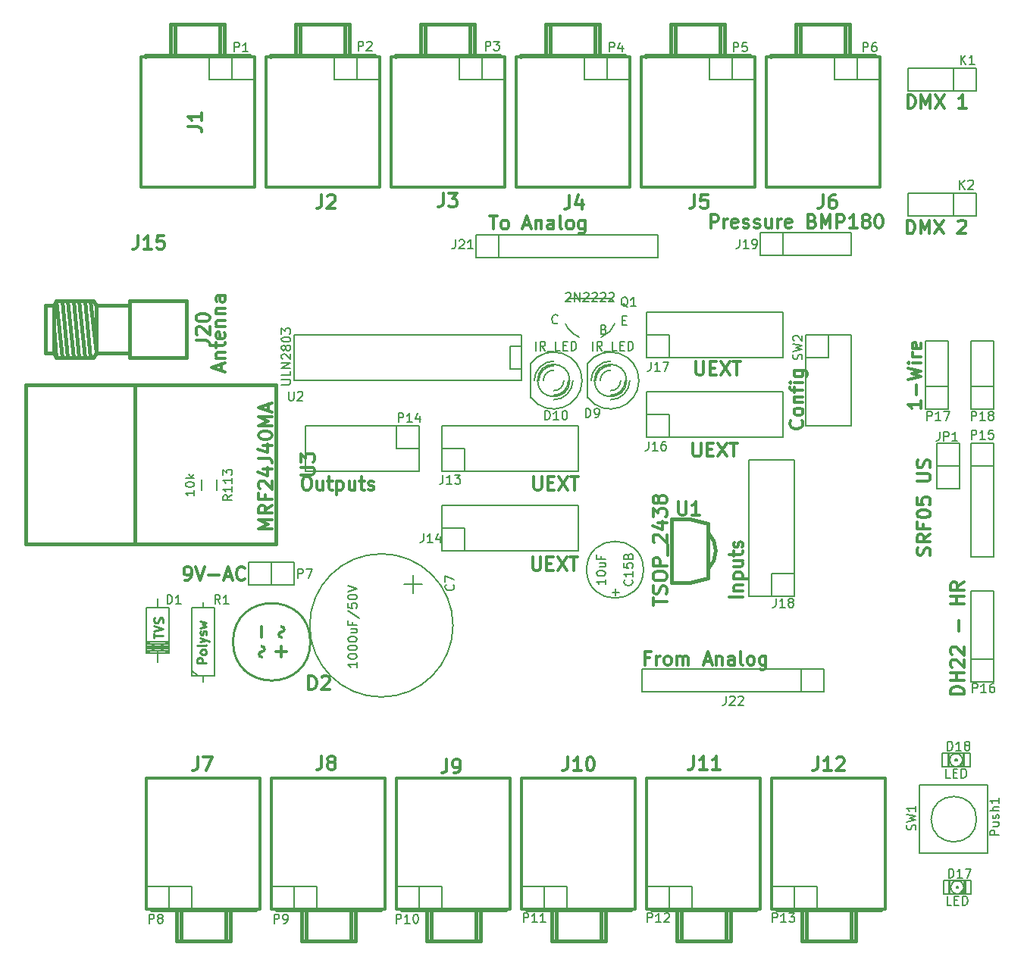
<source format=gbr>
G04 #@! TF.FileFunction,Legend,Top*
%FSLAX46Y46*%
G04 Gerber Fmt 4.6, Leading zero omitted, Abs format (unit mm)*
G04 Created by KiCad (PCBNEW (2014-12-08 BZR 5317)-product) date mar. 23 déc. 2014 08:50:27 CET*
%MOMM*%
G01*
G04 APERTURE LIST*
%ADD10C,0.150000*%
%ADD11C,0.300000*%
%ADD12C,0.250000*%
%ADD13C,0.350000*%
%ADD14C,0.381000*%
%ADD15C,0.304800*%
%ADD16C,0.254000*%
G04 APERTURE END LIST*
D10*
D11*
X208133071Y-106163285D02*
X206633071Y-106163285D01*
X206633071Y-105806142D01*
X206704500Y-105591857D01*
X206847357Y-105448999D01*
X206990214Y-105377571D01*
X207275929Y-105306142D01*
X207490214Y-105306142D01*
X207775929Y-105377571D01*
X207918786Y-105448999D01*
X208061643Y-105591857D01*
X208133071Y-105806142D01*
X208133071Y-106163285D01*
X208133071Y-104663285D02*
X206633071Y-104663285D01*
X207347357Y-104663285D02*
X207347357Y-103806142D01*
X208133071Y-103806142D02*
X206633071Y-103806142D01*
X206775929Y-103163285D02*
X206704500Y-103091856D01*
X206633071Y-102948999D01*
X206633071Y-102591856D01*
X206704500Y-102448999D01*
X206775929Y-102377570D01*
X206918786Y-102306142D01*
X207061643Y-102306142D01*
X207275929Y-102377570D01*
X208133071Y-103234713D01*
X208133071Y-102306142D01*
X206775929Y-101734714D02*
X206704500Y-101663285D01*
X206633071Y-101520428D01*
X206633071Y-101163285D01*
X206704500Y-101020428D01*
X206775929Y-100948999D01*
X206918786Y-100877571D01*
X207061643Y-100877571D01*
X207275929Y-100948999D01*
X208133071Y-101806142D01*
X208133071Y-100877571D01*
X207561643Y-99091857D02*
X207561643Y-97949000D01*
X208133071Y-96091857D02*
X206633071Y-96091857D01*
X207347357Y-96091857D02*
X207347357Y-95234714D01*
X208133071Y-95234714D02*
X206633071Y-95234714D01*
X208133071Y-93663285D02*
X207418786Y-94163285D01*
X208133071Y-94520428D02*
X206633071Y-94520428D01*
X206633071Y-93949000D01*
X206704500Y-93806142D01*
X206775929Y-93734714D01*
X206918786Y-93663285D01*
X207133071Y-93663285D01*
X207275929Y-93734714D01*
X207347357Y-93806142D01*
X207418786Y-93949000D01*
X207418786Y-94520428D01*
X204315143Y-90665428D02*
X204386571Y-90451142D01*
X204386571Y-90093999D01*
X204315143Y-89951142D01*
X204243714Y-89879713D01*
X204100857Y-89808285D01*
X203958000Y-89808285D01*
X203815143Y-89879713D01*
X203743714Y-89951142D01*
X203672286Y-90093999D01*
X203600857Y-90379713D01*
X203529429Y-90522571D01*
X203458000Y-90593999D01*
X203315143Y-90665428D01*
X203172286Y-90665428D01*
X203029429Y-90593999D01*
X202958000Y-90522571D01*
X202886571Y-90379713D01*
X202886571Y-90022571D01*
X202958000Y-89808285D01*
X204386571Y-88308285D02*
X203672286Y-88808285D01*
X204386571Y-89165428D02*
X202886571Y-89165428D01*
X202886571Y-88594000D01*
X202958000Y-88451142D01*
X203029429Y-88379714D01*
X203172286Y-88308285D01*
X203386571Y-88308285D01*
X203529429Y-88379714D01*
X203600857Y-88451142D01*
X203672286Y-88594000D01*
X203672286Y-89165428D01*
X203600857Y-87165428D02*
X203600857Y-87665428D01*
X204386571Y-87665428D02*
X202886571Y-87665428D01*
X202886571Y-86951142D01*
X202886571Y-86094000D02*
X202886571Y-85951143D01*
X202958000Y-85808286D01*
X203029429Y-85736857D01*
X203172286Y-85665428D01*
X203458000Y-85594000D01*
X203815143Y-85594000D01*
X204100857Y-85665428D01*
X204243714Y-85736857D01*
X204315143Y-85808286D01*
X204386571Y-85951143D01*
X204386571Y-86094000D01*
X204315143Y-86236857D01*
X204243714Y-86308286D01*
X204100857Y-86379714D01*
X203815143Y-86451143D01*
X203458000Y-86451143D01*
X203172286Y-86379714D01*
X203029429Y-86308286D01*
X202958000Y-86236857D01*
X202886571Y-86094000D01*
X202886571Y-84236857D02*
X202886571Y-84951143D01*
X203600857Y-85022572D01*
X203529429Y-84951143D01*
X203458000Y-84808286D01*
X203458000Y-84451143D01*
X203529429Y-84308286D01*
X203600857Y-84236857D01*
X203743714Y-84165429D01*
X204100857Y-84165429D01*
X204243714Y-84236857D01*
X204315143Y-84308286D01*
X204386571Y-84451143D01*
X204386571Y-84808286D01*
X204315143Y-84951143D01*
X204243714Y-85022572D01*
X202886571Y-82379715D02*
X204100857Y-82379715D01*
X204243714Y-82308287D01*
X204315143Y-82236858D01*
X204386571Y-82094001D01*
X204386571Y-81808287D01*
X204315143Y-81665429D01*
X204243714Y-81594001D01*
X204100857Y-81522572D01*
X202886571Y-81522572D01*
X204315143Y-80879715D02*
X204386571Y-80665429D01*
X204386571Y-80308286D01*
X204315143Y-80165429D01*
X204243714Y-80094000D01*
X204100857Y-80022572D01*
X203958000Y-80022572D01*
X203815143Y-80094000D01*
X203743714Y-80165429D01*
X203672286Y-80308286D01*
X203600857Y-80594000D01*
X203529429Y-80736858D01*
X203458000Y-80808286D01*
X203315143Y-80879715D01*
X203172286Y-80879715D01*
X203029429Y-80808286D01*
X202958000Y-80736858D01*
X202886571Y-80594000D01*
X202886571Y-80236858D01*
X202958000Y-80022572D01*
X203370571Y-73369928D02*
X203370571Y-74227071D01*
X203370571Y-73798499D02*
X201870571Y-73798499D01*
X202084857Y-73941356D01*
X202227714Y-74084214D01*
X202299143Y-74227071D01*
X202799143Y-72727071D02*
X202799143Y-71584214D01*
X201870571Y-71012785D02*
X203370571Y-70655642D01*
X202299143Y-70369928D01*
X203370571Y-70084214D01*
X201870571Y-69727071D01*
X203370571Y-69155642D02*
X202370571Y-69155642D01*
X201870571Y-69155642D02*
X201942000Y-69227071D01*
X202013429Y-69155642D01*
X201942000Y-69084214D01*
X201870571Y-69155642D01*
X202013429Y-69155642D01*
X203370571Y-68441356D02*
X202370571Y-68441356D01*
X202656286Y-68441356D02*
X202513429Y-68369928D01*
X202442000Y-68298499D01*
X202370571Y-68155642D01*
X202370571Y-68012785D01*
X203299143Y-66941357D02*
X203370571Y-67084214D01*
X203370571Y-67369928D01*
X203299143Y-67512785D01*
X203156286Y-67584214D01*
X202584857Y-67584214D01*
X202442000Y-67512785D01*
X202370571Y-67369928D01*
X202370571Y-67084214D01*
X202442000Y-66941357D01*
X202584857Y-66869928D01*
X202727714Y-66869928D01*
X202870571Y-67584214D01*
X190019714Y-75572643D02*
X190091143Y-75644072D01*
X190162571Y-75858358D01*
X190162571Y-76001215D01*
X190091143Y-76215500D01*
X189948286Y-76358358D01*
X189805429Y-76429786D01*
X189519714Y-76501215D01*
X189305429Y-76501215D01*
X189019714Y-76429786D01*
X188876857Y-76358358D01*
X188734000Y-76215500D01*
X188662571Y-76001215D01*
X188662571Y-75858358D01*
X188734000Y-75644072D01*
X188805429Y-75572643D01*
X190162571Y-74715500D02*
X190091143Y-74858358D01*
X190019714Y-74929786D01*
X189876857Y-75001215D01*
X189448286Y-75001215D01*
X189305429Y-74929786D01*
X189234000Y-74858358D01*
X189162571Y-74715500D01*
X189162571Y-74501215D01*
X189234000Y-74358358D01*
X189305429Y-74286929D01*
X189448286Y-74215500D01*
X189876857Y-74215500D01*
X190019714Y-74286929D01*
X190091143Y-74358358D01*
X190162571Y-74501215D01*
X190162571Y-74715500D01*
X189162571Y-73572643D02*
X190162571Y-73572643D01*
X189305429Y-73572643D02*
X189234000Y-73501215D01*
X189162571Y-73358357D01*
X189162571Y-73144072D01*
X189234000Y-73001215D01*
X189376857Y-72929786D01*
X190162571Y-72929786D01*
X189162571Y-72429786D02*
X189162571Y-71858357D01*
X190162571Y-72215500D02*
X188876857Y-72215500D01*
X188734000Y-72144072D01*
X188662571Y-72001214D01*
X188662571Y-71858357D01*
X190162571Y-71358357D02*
X189162571Y-71358357D01*
X188662571Y-71358357D02*
X188734000Y-71429786D01*
X188805429Y-71358357D01*
X188734000Y-71286929D01*
X188662571Y-71358357D01*
X188805429Y-71358357D01*
X189162571Y-70001214D02*
X190376857Y-70001214D01*
X190519714Y-70072643D01*
X190591143Y-70144071D01*
X190662571Y-70286928D01*
X190662571Y-70501214D01*
X190591143Y-70644071D01*
X190091143Y-70001214D02*
X190162571Y-70144071D01*
X190162571Y-70429785D01*
X190091143Y-70572643D01*
X190019714Y-70644071D01*
X189876857Y-70715500D01*
X189448286Y-70715500D01*
X189305429Y-70644071D01*
X189234000Y-70572643D01*
X189162571Y-70429785D01*
X189162571Y-70144071D01*
X189234000Y-70001214D01*
D12*
X117689381Y-99932976D02*
X117689381Y-99361547D01*
X118689381Y-99647262D02*
X117689381Y-99647262D01*
X117689381Y-99171071D02*
X118689381Y-98837738D01*
X117689381Y-98504404D01*
X118641762Y-98218690D02*
X118689381Y-98075833D01*
X118689381Y-97837737D01*
X118641762Y-97742499D01*
X118594143Y-97694880D01*
X118498905Y-97647261D01*
X118403667Y-97647261D01*
X118308429Y-97694880D01*
X118260810Y-97742499D01*
X118213190Y-97837737D01*
X118165571Y-98028214D01*
X118117952Y-98123452D01*
X118070333Y-98171071D01*
X117975095Y-98218690D01*
X117879857Y-98218690D01*
X117784619Y-98171071D01*
X117737000Y-98123452D01*
X117689381Y-98028214D01*
X117689381Y-97790118D01*
X117737000Y-97647261D01*
X123515381Y-102679215D02*
X122515381Y-102679215D01*
X122515381Y-102298262D01*
X122563000Y-102203024D01*
X122610619Y-102155405D01*
X122705857Y-102107786D01*
X122848714Y-102107786D01*
X122943952Y-102155405D01*
X122991571Y-102203024D01*
X123039190Y-102298262D01*
X123039190Y-102679215D01*
X123515381Y-101536358D02*
X123467762Y-101631596D01*
X123420143Y-101679215D01*
X123324905Y-101726834D01*
X123039190Y-101726834D01*
X122943952Y-101679215D01*
X122896333Y-101631596D01*
X122848714Y-101536358D01*
X122848714Y-101393500D01*
X122896333Y-101298262D01*
X122943952Y-101250643D01*
X123039190Y-101203024D01*
X123324905Y-101203024D01*
X123420143Y-101250643D01*
X123467762Y-101298262D01*
X123515381Y-101393500D01*
X123515381Y-101536358D01*
X123515381Y-100631596D02*
X123467762Y-100726834D01*
X123372524Y-100774453D01*
X122515381Y-100774453D01*
X122848714Y-100345881D02*
X123515381Y-100107786D01*
X122848714Y-99869690D02*
X123515381Y-100107786D01*
X123753476Y-100203024D01*
X123801095Y-100250643D01*
X123848714Y-100345881D01*
X123467762Y-99536357D02*
X123515381Y-99441119D01*
X123515381Y-99250643D01*
X123467762Y-99155404D01*
X123372524Y-99107785D01*
X123324905Y-99107785D01*
X123229667Y-99155404D01*
X123182048Y-99250643D01*
X123182048Y-99393500D01*
X123134429Y-99488738D01*
X123039190Y-99536357D01*
X122991571Y-99536357D01*
X122896333Y-99488738D01*
X122848714Y-99393500D01*
X122848714Y-99250643D01*
X122896333Y-99155404D01*
X122848714Y-98774452D02*
X123515381Y-98583976D01*
X123039190Y-98393499D01*
X123515381Y-98203023D01*
X122848714Y-98012547D01*
D11*
X173010501Y-102127857D02*
X172510501Y-102127857D01*
X172510501Y-102913571D02*
X172510501Y-101413571D01*
X173224787Y-101413571D01*
X173796215Y-102913571D02*
X173796215Y-101913571D01*
X173796215Y-102199286D02*
X173867643Y-102056429D01*
X173939072Y-101985000D01*
X174081929Y-101913571D01*
X174224786Y-101913571D01*
X174939072Y-102913571D02*
X174796214Y-102842143D01*
X174724786Y-102770714D01*
X174653357Y-102627857D01*
X174653357Y-102199286D01*
X174724786Y-102056429D01*
X174796214Y-101985000D01*
X174939072Y-101913571D01*
X175153357Y-101913571D01*
X175296214Y-101985000D01*
X175367643Y-102056429D01*
X175439072Y-102199286D01*
X175439072Y-102627857D01*
X175367643Y-102770714D01*
X175296214Y-102842143D01*
X175153357Y-102913571D01*
X174939072Y-102913571D01*
X176081929Y-102913571D02*
X176081929Y-101913571D01*
X176081929Y-102056429D02*
X176153357Y-101985000D01*
X176296215Y-101913571D01*
X176510500Y-101913571D01*
X176653357Y-101985000D01*
X176724786Y-102127857D01*
X176724786Y-102913571D01*
X176724786Y-102127857D02*
X176796215Y-101985000D01*
X176939072Y-101913571D01*
X177153357Y-101913571D01*
X177296215Y-101985000D01*
X177367643Y-102127857D01*
X177367643Y-102913571D01*
X179153357Y-102485000D02*
X179867643Y-102485000D01*
X179010500Y-102913571D02*
X179510500Y-101413571D01*
X180010500Y-102913571D01*
X180510500Y-101913571D02*
X180510500Y-102913571D01*
X180510500Y-102056429D02*
X180581928Y-101985000D01*
X180724786Y-101913571D01*
X180939071Y-101913571D01*
X181081928Y-101985000D01*
X181153357Y-102127857D01*
X181153357Y-102913571D01*
X182510500Y-102913571D02*
X182510500Y-102127857D01*
X182439071Y-101985000D01*
X182296214Y-101913571D01*
X182010500Y-101913571D01*
X181867643Y-101985000D01*
X182510500Y-102842143D02*
X182367643Y-102913571D01*
X182010500Y-102913571D01*
X181867643Y-102842143D01*
X181796214Y-102699286D01*
X181796214Y-102556429D01*
X181867643Y-102413571D01*
X182010500Y-102342143D01*
X182367643Y-102342143D01*
X182510500Y-102270714D01*
X183439072Y-102913571D02*
X183296214Y-102842143D01*
X183224786Y-102699286D01*
X183224786Y-101413571D01*
X184224786Y-102913571D02*
X184081928Y-102842143D01*
X184010500Y-102770714D01*
X183939071Y-102627857D01*
X183939071Y-102199286D01*
X184010500Y-102056429D01*
X184081928Y-101985000D01*
X184224786Y-101913571D01*
X184439071Y-101913571D01*
X184581928Y-101985000D01*
X184653357Y-102056429D01*
X184724786Y-102199286D01*
X184724786Y-102627857D01*
X184653357Y-102770714D01*
X184581928Y-102842143D01*
X184439071Y-102913571D01*
X184224786Y-102913571D01*
X186010500Y-101913571D02*
X186010500Y-103127857D01*
X185939071Y-103270714D01*
X185867643Y-103342143D01*
X185724786Y-103413571D01*
X185510500Y-103413571D01*
X185367643Y-103342143D01*
X186010500Y-102842143D02*
X185867643Y-102913571D01*
X185581929Y-102913571D01*
X185439071Y-102842143D01*
X185367643Y-102770714D01*
X185296214Y-102627857D01*
X185296214Y-102199286D01*
X185367643Y-102056429D01*
X185439071Y-101985000D01*
X185581929Y-101913571D01*
X185867643Y-101913571D01*
X186010500Y-101985000D01*
X183431571Y-95336929D02*
X181931571Y-95336929D01*
X182431571Y-94622643D02*
X183431571Y-94622643D01*
X182574429Y-94622643D02*
X182503000Y-94551215D01*
X182431571Y-94408357D01*
X182431571Y-94194072D01*
X182503000Y-94051215D01*
X182645857Y-93979786D01*
X183431571Y-93979786D01*
X182431571Y-93265500D02*
X183931571Y-93265500D01*
X182503000Y-93265500D02*
X182431571Y-93122643D01*
X182431571Y-92836929D01*
X182503000Y-92694072D01*
X182574429Y-92622643D01*
X182717286Y-92551214D01*
X183145857Y-92551214D01*
X183288714Y-92622643D01*
X183360143Y-92694072D01*
X183431571Y-92836929D01*
X183431571Y-93122643D01*
X183360143Y-93265500D01*
X182431571Y-91265500D02*
X183431571Y-91265500D01*
X182431571Y-91908357D02*
X183217286Y-91908357D01*
X183360143Y-91836929D01*
X183431571Y-91694071D01*
X183431571Y-91479786D01*
X183360143Y-91336929D01*
X183288714Y-91265500D01*
X182431571Y-90765500D02*
X182431571Y-90194071D01*
X181931571Y-90551214D02*
X183217286Y-90551214D01*
X183360143Y-90479786D01*
X183431571Y-90336928D01*
X183431571Y-90194071D01*
X183360143Y-89765500D02*
X183431571Y-89622643D01*
X183431571Y-89336928D01*
X183360143Y-89194071D01*
X183217286Y-89122643D01*
X183145857Y-89122643D01*
X183003000Y-89194071D01*
X182931571Y-89336928D01*
X182931571Y-89551214D01*
X182860143Y-89694071D01*
X182717286Y-89765500D01*
X182645857Y-89765500D01*
X182503000Y-89694071D01*
X182431571Y-89551214D01*
X182431571Y-89336928D01*
X182503000Y-89194071D01*
X177883643Y-78109071D02*
X177883643Y-79323357D01*
X177955071Y-79466214D01*
X178026500Y-79537643D01*
X178169357Y-79609071D01*
X178455071Y-79609071D01*
X178597929Y-79537643D01*
X178669357Y-79466214D01*
X178740786Y-79323357D01*
X178740786Y-78109071D01*
X179455072Y-78823357D02*
X179955072Y-78823357D01*
X180169358Y-79609071D02*
X179455072Y-79609071D01*
X179455072Y-78109071D01*
X180169358Y-78109071D01*
X180669358Y-78109071D02*
X181669358Y-79609071D01*
X181669358Y-78109071D02*
X180669358Y-79609071D01*
X182026500Y-78109071D02*
X182883643Y-78109071D01*
X182455072Y-79609071D02*
X182455072Y-78109071D01*
X178201143Y-69028571D02*
X178201143Y-70242857D01*
X178272571Y-70385714D01*
X178344000Y-70457143D01*
X178486857Y-70528571D01*
X178772571Y-70528571D01*
X178915429Y-70457143D01*
X178986857Y-70385714D01*
X179058286Y-70242857D01*
X179058286Y-69028571D01*
X179772572Y-69742857D02*
X180272572Y-69742857D01*
X180486858Y-70528571D02*
X179772572Y-70528571D01*
X179772572Y-69028571D01*
X180486858Y-69028571D01*
X180986858Y-69028571D02*
X181986858Y-70528571D01*
X181986858Y-69028571D02*
X180986858Y-70528571D01*
X182344000Y-69028571D02*
X183201143Y-69028571D01*
X182772572Y-70528571D02*
X182772572Y-69028571D01*
X159976643Y-90872571D02*
X159976643Y-92086857D01*
X160048071Y-92229714D01*
X160119500Y-92301143D01*
X160262357Y-92372571D01*
X160548071Y-92372571D01*
X160690929Y-92301143D01*
X160762357Y-92229714D01*
X160833786Y-92086857D01*
X160833786Y-90872571D01*
X161548072Y-91586857D02*
X162048072Y-91586857D01*
X162262358Y-92372571D02*
X161548072Y-92372571D01*
X161548072Y-90872571D01*
X162262358Y-90872571D01*
X162762358Y-90872571D02*
X163762358Y-92372571D01*
X163762358Y-90872571D02*
X162762358Y-92372571D01*
X164119500Y-90872571D02*
X164976643Y-90872571D01*
X164548072Y-92372571D02*
X164548072Y-90872571D01*
X160103643Y-81855571D02*
X160103643Y-83069857D01*
X160175071Y-83212714D01*
X160246500Y-83284143D01*
X160389357Y-83355571D01*
X160675071Y-83355571D01*
X160817929Y-83284143D01*
X160889357Y-83212714D01*
X160960786Y-83069857D01*
X160960786Y-81855571D01*
X161675072Y-82569857D02*
X162175072Y-82569857D01*
X162389358Y-83355571D02*
X161675072Y-83355571D01*
X161675072Y-81855571D01*
X162389358Y-81855571D01*
X162889358Y-81855571D02*
X163889358Y-83355571D01*
X163889358Y-81855571D02*
X162889358Y-83355571D01*
X164246500Y-81855571D02*
X165103643Y-81855571D01*
X164675072Y-83355571D02*
X164675072Y-81855571D01*
X134596642Y-81855571D02*
X134882356Y-81855571D01*
X135025214Y-81927000D01*
X135168071Y-82069857D01*
X135239499Y-82355571D01*
X135239499Y-82855571D01*
X135168071Y-83141286D01*
X135025214Y-83284143D01*
X134882356Y-83355571D01*
X134596642Y-83355571D01*
X134453785Y-83284143D01*
X134310928Y-83141286D01*
X134239499Y-82855571D01*
X134239499Y-82355571D01*
X134310928Y-82069857D01*
X134453785Y-81927000D01*
X134596642Y-81855571D01*
X136525214Y-82355571D02*
X136525214Y-83355571D01*
X135882357Y-82355571D02*
X135882357Y-83141286D01*
X135953785Y-83284143D01*
X136096643Y-83355571D01*
X136310928Y-83355571D01*
X136453785Y-83284143D01*
X136525214Y-83212714D01*
X137025214Y-82355571D02*
X137596643Y-82355571D01*
X137239500Y-81855571D02*
X137239500Y-83141286D01*
X137310928Y-83284143D01*
X137453786Y-83355571D01*
X137596643Y-83355571D01*
X138096643Y-82355571D02*
X138096643Y-83855571D01*
X138096643Y-82427000D02*
X138239500Y-82355571D01*
X138525214Y-82355571D01*
X138668071Y-82427000D01*
X138739500Y-82498429D01*
X138810929Y-82641286D01*
X138810929Y-83069857D01*
X138739500Y-83212714D01*
X138668071Y-83284143D01*
X138525214Y-83355571D01*
X138239500Y-83355571D01*
X138096643Y-83284143D01*
X140096643Y-82355571D02*
X140096643Y-83355571D01*
X139453786Y-82355571D02*
X139453786Y-83141286D01*
X139525214Y-83284143D01*
X139668072Y-83355571D01*
X139882357Y-83355571D01*
X140025214Y-83284143D01*
X140096643Y-83212714D01*
X140596643Y-82355571D02*
X141168072Y-82355571D01*
X140810929Y-81855571D02*
X140810929Y-83141286D01*
X140882357Y-83284143D01*
X141025215Y-83355571D01*
X141168072Y-83355571D01*
X141596643Y-83284143D02*
X141739500Y-83355571D01*
X142025215Y-83355571D01*
X142168072Y-83284143D01*
X142239500Y-83141286D01*
X142239500Y-83069857D01*
X142168072Y-82927000D01*
X142025215Y-82855571D01*
X141810929Y-82855571D01*
X141668072Y-82784143D01*
X141596643Y-82641286D01*
X141596643Y-82569857D01*
X141668072Y-82427000D01*
X141810929Y-82355571D01*
X142025215Y-82355571D01*
X142168072Y-82427000D01*
X201791501Y-54717071D02*
X201791501Y-53217071D01*
X202148644Y-53217071D01*
X202362929Y-53288500D01*
X202505787Y-53431357D01*
X202577215Y-53574214D01*
X202648644Y-53859929D01*
X202648644Y-54074214D01*
X202577215Y-54359929D01*
X202505787Y-54502786D01*
X202362929Y-54645643D01*
X202148644Y-54717071D01*
X201791501Y-54717071D01*
X203291501Y-54717071D02*
X203291501Y-53217071D01*
X203791501Y-54288500D01*
X204291501Y-53217071D01*
X204291501Y-54717071D01*
X204862930Y-53217071D02*
X205862930Y-54717071D01*
X205862930Y-53217071D02*
X204862930Y-54717071D01*
X207505786Y-53359929D02*
X207577215Y-53288500D01*
X207720072Y-53217071D01*
X208077215Y-53217071D01*
X208220072Y-53288500D01*
X208291501Y-53359929D01*
X208362929Y-53502786D01*
X208362929Y-53645643D01*
X208291501Y-53859929D01*
X207434358Y-54717071D01*
X208362929Y-54717071D01*
X201855001Y-40683571D02*
X201855001Y-39183571D01*
X202212144Y-39183571D01*
X202426429Y-39255000D01*
X202569287Y-39397857D01*
X202640715Y-39540714D01*
X202712144Y-39826429D01*
X202712144Y-40040714D01*
X202640715Y-40326429D01*
X202569287Y-40469286D01*
X202426429Y-40612143D01*
X202212144Y-40683571D01*
X201855001Y-40683571D01*
X203355001Y-40683571D02*
X203355001Y-39183571D01*
X203855001Y-40255000D01*
X204355001Y-39183571D01*
X204355001Y-40683571D01*
X204926430Y-39183571D02*
X205926430Y-40683571D01*
X205926430Y-39183571D02*
X204926430Y-40683571D01*
X208426429Y-40683571D02*
X207569286Y-40683571D01*
X207997858Y-40683571D02*
X207997858Y-39183571D01*
X207855001Y-39397857D01*
X207712143Y-39540714D01*
X207569286Y-39612143D01*
X179849073Y-54082071D02*
X179849073Y-52582071D01*
X180420501Y-52582071D01*
X180563359Y-52653500D01*
X180634787Y-52724929D01*
X180706216Y-52867786D01*
X180706216Y-53082071D01*
X180634787Y-53224929D01*
X180563359Y-53296357D01*
X180420501Y-53367786D01*
X179849073Y-53367786D01*
X181349073Y-54082071D02*
X181349073Y-53082071D01*
X181349073Y-53367786D02*
X181420501Y-53224929D01*
X181491930Y-53153500D01*
X181634787Y-53082071D01*
X181777644Y-53082071D01*
X182849072Y-54010643D02*
X182706215Y-54082071D01*
X182420501Y-54082071D01*
X182277644Y-54010643D01*
X182206215Y-53867786D01*
X182206215Y-53296357D01*
X182277644Y-53153500D01*
X182420501Y-53082071D01*
X182706215Y-53082071D01*
X182849072Y-53153500D01*
X182920501Y-53296357D01*
X182920501Y-53439214D01*
X182206215Y-53582071D01*
X183491929Y-54010643D02*
X183634786Y-54082071D01*
X183920501Y-54082071D01*
X184063358Y-54010643D01*
X184134786Y-53867786D01*
X184134786Y-53796357D01*
X184063358Y-53653500D01*
X183920501Y-53582071D01*
X183706215Y-53582071D01*
X183563358Y-53510643D01*
X183491929Y-53367786D01*
X183491929Y-53296357D01*
X183563358Y-53153500D01*
X183706215Y-53082071D01*
X183920501Y-53082071D01*
X184063358Y-53153500D01*
X184706215Y-54010643D02*
X184849072Y-54082071D01*
X185134787Y-54082071D01*
X185277644Y-54010643D01*
X185349072Y-53867786D01*
X185349072Y-53796357D01*
X185277644Y-53653500D01*
X185134787Y-53582071D01*
X184920501Y-53582071D01*
X184777644Y-53510643D01*
X184706215Y-53367786D01*
X184706215Y-53296357D01*
X184777644Y-53153500D01*
X184920501Y-53082071D01*
X185134787Y-53082071D01*
X185277644Y-53153500D01*
X186634787Y-53082071D02*
X186634787Y-54082071D01*
X185991930Y-53082071D02*
X185991930Y-53867786D01*
X186063358Y-54010643D01*
X186206216Y-54082071D01*
X186420501Y-54082071D01*
X186563358Y-54010643D01*
X186634787Y-53939214D01*
X187349073Y-54082071D02*
X187349073Y-53082071D01*
X187349073Y-53367786D02*
X187420501Y-53224929D01*
X187491930Y-53153500D01*
X187634787Y-53082071D01*
X187777644Y-53082071D01*
X188849072Y-54010643D02*
X188706215Y-54082071D01*
X188420501Y-54082071D01*
X188277644Y-54010643D01*
X188206215Y-53867786D01*
X188206215Y-53296357D01*
X188277644Y-53153500D01*
X188420501Y-53082071D01*
X188706215Y-53082071D01*
X188849072Y-53153500D01*
X188920501Y-53296357D01*
X188920501Y-53439214D01*
X188206215Y-53582071D01*
X191206215Y-53296357D02*
X191420501Y-53367786D01*
X191491929Y-53439214D01*
X191563358Y-53582071D01*
X191563358Y-53796357D01*
X191491929Y-53939214D01*
X191420501Y-54010643D01*
X191277643Y-54082071D01*
X190706215Y-54082071D01*
X190706215Y-52582071D01*
X191206215Y-52582071D01*
X191349072Y-52653500D01*
X191420501Y-52724929D01*
X191491929Y-52867786D01*
X191491929Y-53010643D01*
X191420501Y-53153500D01*
X191349072Y-53224929D01*
X191206215Y-53296357D01*
X190706215Y-53296357D01*
X192206215Y-54082071D02*
X192206215Y-52582071D01*
X192706215Y-53653500D01*
X193206215Y-52582071D01*
X193206215Y-54082071D01*
X193920501Y-54082071D02*
X193920501Y-52582071D01*
X194491929Y-52582071D01*
X194634787Y-52653500D01*
X194706215Y-52724929D01*
X194777644Y-52867786D01*
X194777644Y-53082071D01*
X194706215Y-53224929D01*
X194634787Y-53296357D01*
X194491929Y-53367786D01*
X193920501Y-53367786D01*
X196206215Y-54082071D02*
X195349072Y-54082071D01*
X195777644Y-54082071D02*
X195777644Y-52582071D01*
X195634787Y-52796357D01*
X195491929Y-52939214D01*
X195349072Y-53010643D01*
X197063358Y-53224929D02*
X196920500Y-53153500D01*
X196849072Y-53082071D01*
X196777643Y-52939214D01*
X196777643Y-52867786D01*
X196849072Y-52724929D01*
X196920500Y-52653500D01*
X197063358Y-52582071D01*
X197349072Y-52582071D01*
X197491929Y-52653500D01*
X197563358Y-52724929D01*
X197634786Y-52867786D01*
X197634786Y-52939214D01*
X197563358Y-53082071D01*
X197491929Y-53153500D01*
X197349072Y-53224929D01*
X197063358Y-53224929D01*
X196920500Y-53296357D01*
X196849072Y-53367786D01*
X196777643Y-53510643D01*
X196777643Y-53796357D01*
X196849072Y-53939214D01*
X196920500Y-54010643D01*
X197063358Y-54082071D01*
X197349072Y-54082071D01*
X197491929Y-54010643D01*
X197563358Y-53939214D01*
X197634786Y-53796357D01*
X197634786Y-53510643D01*
X197563358Y-53367786D01*
X197491929Y-53296357D01*
X197349072Y-53224929D01*
X198563357Y-52582071D02*
X198706214Y-52582071D01*
X198849071Y-52653500D01*
X198920500Y-52724929D01*
X198991929Y-52867786D01*
X199063357Y-53153500D01*
X199063357Y-53510643D01*
X198991929Y-53796357D01*
X198920500Y-53939214D01*
X198849071Y-54010643D01*
X198706214Y-54082071D01*
X198563357Y-54082071D01*
X198420500Y-54010643D01*
X198349071Y-53939214D01*
X198277643Y-53796357D01*
X198206214Y-53510643D01*
X198206214Y-53153500D01*
X198277643Y-52867786D01*
X198349071Y-52724929D01*
X198420500Y-52653500D01*
X198563357Y-52582071D01*
X155162929Y-52709071D02*
X156020072Y-52709071D01*
X155591501Y-54209071D02*
X155591501Y-52709071D01*
X156734358Y-54209071D02*
X156591500Y-54137643D01*
X156520072Y-54066214D01*
X156448643Y-53923357D01*
X156448643Y-53494786D01*
X156520072Y-53351929D01*
X156591500Y-53280500D01*
X156734358Y-53209071D01*
X156948643Y-53209071D01*
X157091500Y-53280500D01*
X157162929Y-53351929D01*
X157234358Y-53494786D01*
X157234358Y-53923357D01*
X157162929Y-54066214D01*
X157091500Y-54137643D01*
X156948643Y-54209071D01*
X156734358Y-54209071D01*
X158948643Y-53780500D02*
X159662929Y-53780500D01*
X158805786Y-54209071D02*
X159305786Y-52709071D01*
X159805786Y-54209071D01*
X160305786Y-53209071D02*
X160305786Y-54209071D01*
X160305786Y-53351929D02*
X160377214Y-53280500D01*
X160520072Y-53209071D01*
X160734357Y-53209071D01*
X160877214Y-53280500D01*
X160948643Y-53423357D01*
X160948643Y-54209071D01*
X162305786Y-54209071D02*
X162305786Y-53423357D01*
X162234357Y-53280500D01*
X162091500Y-53209071D01*
X161805786Y-53209071D01*
X161662929Y-53280500D01*
X162305786Y-54137643D02*
X162162929Y-54209071D01*
X161805786Y-54209071D01*
X161662929Y-54137643D01*
X161591500Y-53994786D01*
X161591500Y-53851929D01*
X161662929Y-53709071D01*
X161805786Y-53637643D01*
X162162929Y-53637643D01*
X162305786Y-53566214D01*
X163234358Y-54209071D02*
X163091500Y-54137643D01*
X163020072Y-53994786D01*
X163020072Y-52709071D01*
X164020072Y-54209071D02*
X163877214Y-54137643D01*
X163805786Y-54066214D01*
X163734357Y-53923357D01*
X163734357Y-53494786D01*
X163805786Y-53351929D01*
X163877214Y-53280500D01*
X164020072Y-53209071D01*
X164234357Y-53209071D01*
X164377214Y-53280500D01*
X164448643Y-53351929D01*
X164520072Y-53494786D01*
X164520072Y-53923357D01*
X164448643Y-54066214D01*
X164377214Y-54137643D01*
X164234357Y-54209071D01*
X164020072Y-54209071D01*
X165805786Y-53209071D02*
X165805786Y-54423357D01*
X165734357Y-54566214D01*
X165662929Y-54637643D01*
X165520072Y-54709071D01*
X165305786Y-54709071D01*
X165162929Y-54637643D01*
X165805786Y-54137643D02*
X165662929Y-54209071D01*
X165377215Y-54209071D01*
X165234357Y-54137643D01*
X165162929Y-54066214D01*
X165091500Y-53923357D01*
X165091500Y-53494786D01*
X165162929Y-53351929D01*
X165234357Y-53280500D01*
X165377215Y-53209071D01*
X165662929Y-53209071D01*
X165805786Y-53280500D01*
X121146500Y-93452071D02*
X121432215Y-93452071D01*
X121575072Y-93380643D01*
X121646500Y-93309214D01*
X121789358Y-93094929D01*
X121860786Y-92809214D01*
X121860786Y-92237786D01*
X121789358Y-92094929D01*
X121717929Y-92023500D01*
X121575072Y-91952071D01*
X121289358Y-91952071D01*
X121146500Y-92023500D01*
X121075072Y-92094929D01*
X121003643Y-92237786D01*
X121003643Y-92594929D01*
X121075072Y-92737786D01*
X121146500Y-92809214D01*
X121289358Y-92880643D01*
X121575072Y-92880643D01*
X121717929Y-92809214D01*
X121789358Y-92737786D01*
X121860786Y-92594929D01*
X122289357Y-91952071D02*
X122789357Y-93452071D01*
X123289357Y-91952071D01*
X123789357Y-92880643D02*
X124932214Y-92880643D01*
X125575071Y-93023500D02*
X126289357Y-93023500D01*
X125432214Y-93452071D02*
X125932214Y-91952071D01*
X126432214Y-93452071D01*
X127789357Y-93309214D02*
X127717928Y-93380643D01*
X127503642Y-93452071D01*
X127360785Y-93452071D01*
X127146500Y-93380643D01*
X127003642Y-93237786D01*
X126932214Y-93094929D01*
X126860785Y-92809214D01*
X126860785Y-92594929D01*
X126932214Y-92309214D01*
X127003642Y-92166357D01*
X127146500Y-92023500D01*
X127360785Y-91952071D01*
X127503642Y-91952071D01*
X127717928Y-92023500D01*
X127789357Y-92094929D01*
D10*
X118110000Y-96520000D02*
X118110000Y-95504000D01*
X118110000Y-101346000D02*
X118110000Y-102616000D01*
X119380000Y-101092000D02*
X116840000Y-101092000D01*
X119380000Y-100838000D02*
X116840000Y-100838000D01*
X119380000Y-100584000D02*
X116840000Y-100584000D01*
X119380000Y-101346000D02*
X116840000Y-101346000D01*
X119380000Y-100330000D02*
X116840000Y-101600000D01*
X119380000Y-101600000D02*
X116840000Y-100330000D01*
X119380000Y-100330000D02*
X116840000Y-100330000D01*
X119380000Y-100965000D02*
X116840000Y-100965000D01*
X116840000Y-101600000D02*
X119380000Y-101600000D01*
X119380000Y-101600000D02*
X119380000Y-96520000D01*
X119380000Y-96520000D02*
X116840000Y-96520000D01*
X116840000Y-96520000D02*
X116840000Y-101600000D01*
D13*
X130175000Y-34925000D02*
X130175000Y-49530000D01*
X130175000Y-49530000D02*
X142875000Y-49530000D01*
X142875000Y-49530000D02*
X142875000Y-34925000D01*
X142875000Y-34925000D02*
X130175000Y-34925000D01*
D10*
X142875000Y-34925000D02*
X142240000Y-34925000D01*
D14*
X134025640Y-34810700D02*
X134025640Y-31310580D01*
X139024360Y-31409640D02*
X139024360Y-34810700D01*
X139524740Y-34810700D02*
X139524740Y-31310580D01*
X139524740Y-31310580D02*
X133525260Y-31310580D01*
X133525260Y-31310580D02*
X133525260Y-34810700D01*
X136525000Y-34810700D02*
X142323820Y-34810700D01*
X130726180Y-34909760D02*
X130726180Y-34810700D01*
X130726180Y-34810700D02*
X136525000Y-34810700D01*
D13*
X144145000Y-34925000D02*
X144145000Y-49530000D01*
X144145000Y-49530000D02*
X156845000Y-49530000D01*
X156845000Y-49530000D02*
X156845000Y-34925000D01*
X156845000Y-34925000D02*
X144145000Y-34925000D01*
D10*
X156845000Y-34925000D02*
X156210000Y-34925000D01*
D14*
X147995640Y-34810700D02*
X147995640Y-31310580D01*
X152994360Y-31409640D02*
X152994360Y-34810700D01*
X153494740Y-34810700D02*
X153494740Y-31310580D01*
X153494740Y-31310580D02*
X147495260Y-31310580D01*
X147495260Y-31310580D02*
X147495260Y-34810700D01*
X150495000Y-34810700D02*
X156293820Y-34810700D01*
X144696180Y-34909760D02*
X144696180Y-34810700D01*
X144696180Y-34810700D02*
X150495000Y-34810700D01*
D13*
X158115000Y-34925000D02*
X158115000Y-49530000D01*
X158115000Y-49530000D02*
X170815000Y-49530000D01*
X170815000Y-49530000D02*
X170815000Y-34925000D01*
X170815000Y-34925000D02*
X158115000Y-34925000D01*
D10*
X170815000Y-34925000D02*
X170180000Y-34925000D01*
D14*
X161965640Y-34810700D02*
X161965640Y-31310580D01*
X166964360Y-31409640D02*
X166964360Y-34810700D01*
X167464740Y-34810700D02*
X167464740Y-31310580D01*
X167464740Y-31310580D02*
X161465260Y-31310580D01*
X161465260Y-31310580D02*
X161465260Y-34810700D01*
X164465000Y-34810700D02*
X170263820Y-34810700D01*
X158666180Y-34909760D02*
X158666180Y-34810700D01*
X158666180Y-34810700D02*
X164465000Y-34810700D01*
D13*
X172085000Y-34925000D02*
X172085000Y-49530000D01*
X172085000Y-49530000D02*
X184785000Y-49530000D01*
X184785000Y-49530000D02*
X184785000Y-34925000D01*
X184785000Y-34925000D02*
X172085000Y-34925000D01*
D10*
X184785000Y-34925000D02*
X184150000Y-34925000D01*
D14*
X175935640Y-34810700D02*
X175935640Y-31310580D01*
X180934360Y-31409640D02*
X180934360Y-34810700D01*
X181434740Y-34810700D02*
X181434740Y-31310580D01*
X181434740Y-31310580D02*
X175435260Y-31310580D01*
X175435260Y-31310580D02*
X175435260Y-34810700D01*
X178435000Y-34810700D02*
X184233820Y-34810700D01*
X172636180Y-34909760D02*
X172636180Y-34810700D01*
X172636180Y-34810700D02*
X178435000Y-34810700D01*
D13*
X186055000Y-34925000D02*
X186055000Y-49530000D01*
X186055000Y-49530000D02*
X198755000Y-49530000D01*
X198755000Y-49530000D02*
X198755000Y-34925000D01*
X198755000Y-34925000D02*
X186055000Y-34925000D01*
D10*
X198755000Y-34925000D02*
X198120000Y-34925000D01*
D14*
X189905640Y-34810700D02*
X189905640Y-31310580D01*
X194904360Y-31409640D02*
X194904360Y-34810700D01*
X195404740Y-34810700D02*
X195404740Y-31310580D01*
X195404740Y-31310580D02*
X189405260Y-31310580D01*
X189405260Y-31310580D02*
X189405260Y-34810700D01*
X192405000Y-34810700D02*
X198203820Y-34810700D01*
X186606180Y-34909760D02*
X186606180Y-34810700D01*
X186606180Y-34810700D02*
X192405000Y-34810700D01*
D13*
X129540000Y-130175000D02*
X129540000Y-115570000D01*
X129540000Y-115570000D02*
X116840000Y-115570000D01*
X116840000Y-115570000D02*
X116840000Y-130175000D01*
X116840000Y-130175000D02*
X129540000Y-130175000D01*
D10*
X116840000Y-130175000D02*
X117475000Y-130175000D01*
D14*
X125689360Y-130289300D02*
X125689360Y-133789420D01*
X120690640Y-133690360D02*
X120690640Y-130289300D01*
X120190260Y-130289300D02*
X120190260Y-133789420D01*
X120190260Y-133789420D02*
X126189740Y-133789420D01*
X126189740Y-133789420D02*
X126189740Y-130289300D01*
X123190000Y-130289300D02*
X117391180Y-130289300D01*
X128988820Y-130190240D02*
X128988820Y-130289300D01*
X128988820Y-130289300D02*
X123190000Y-130289300D01*
D13*
X143510000Y-130175000D02*
X143510000Y-115570000D01*
X143510000Y-115570000D02*
X130810000Y-115570000D01*
X130810000Y-115570000D02*
X130810000Y-130175000D01*
X130810000Y-130175000D02*
X143510000Y-130175000D01*
D10*
X130810000Y-130175000D02*
X131445000Y-130175000D01*
D14*
X139659360Y-130289300D02*
X139659360Y-133789420D01*
X134660640Y-133690360D02*
X134660640Y-130289300D01*
X134160260Y-130289300D02*
X134160260Y-133789420D01*
X134160260Y-133789420D02*
X140159740Y-133789420D01*
X140159740Y-133789420D02*
X140159740Y-130289300D01*
X137160000Y-130289300D02*
X131361180Y-130289300D01*
X142958820Y-130190240D02*
X142958820Y-130289300D01*
X142958820Y-130289300D02*
X137160000Y-130289300D01*
D13*
X157480000Y-130175000D02*
X157480000Y-115570000D01*
X157480000Y-115570000D02*
X144780000Y-115570000D01*
X144780000Y-115570000D02*
X144780000Y-130175000D01*
X144780000Y-130175000D02*
X157480000Y-130175000D01*
D10*
X144780000Y-130175000D02*
X145415000Y-130175000D01*
D14*
X153629360Y-130289300D02*
X153629360Y-133789420D01*
X148630640Y-133690360D02*
X148630640Y-130289300D01*
X148130260Y-130289300D02*
X148130260Y-133789420D01*
X148130260Y-133789420D02*
X154129740Y-133789420D01*
X154129740Y-133789420D02*
X154129740Y-130289300D01*
X151130000Y-130289300D02*
X145331180Y-130289300D01*
X156928820Y-130190240D02*
X156928820Y-130289300D01*
X156928820Y-130289300D02*
X151130000Y-130289300D01*
D13*
X171450000Y-130175000D02*
X171450000Y-115570000D01*
X171450000Y-115570000D02*
X158750000Y-115570000D01*
X158750000Y-115570000D02*
X158750000Y-130175000D01*
X158750000Y-130175000D02*
X171450000Y-130175000D01*
D10*
X158750000Y-130175000D02*
X159385000Y-130175000D01*
D14*
X167599360Y-130289300D02*
X167599360Y-133789420D01*
X162600640Y-133690360D02*
X162600640Y-130289300D01*
X162100260Y-130289300D02*
X162100260Y-133789420D01*
X162100260Y-133789420D02*
X168099740Y-133789420D01*
X168099740Y-133789420D02*
X168099740Y-130289300D01*
X165100000Y-130289300D02*
X159301180Y-130289300D01*
X170898820Y-130190240D02*
X170898820Y-130289300D01*
X170898820Y-130289300D02*
X165100000Y-130289300D01*
D13*
X185420000Y-130175000D02*
X185420000Y-115570000D01*
X185420000Y-115570000D02*
X172720000Y-115570000D01*
X172720000Y-115570000D02*
X172720000Y-130175000D01*
X172720000Y-130175000D02*
X185420000Y-130175000D01*
D10*
X172720000Y-130175000D02*
X173355000Y-130175000D01*
D14*
X181569360Y-130289300D02*
X181569360Y-133789420D01*
X176570640Y-133690360D02*
X176570640Y-130289300D01*
X176070260Y-130289300D02*
X176070260Y-133789420D01*
X176070260Y-133789420D02*
X182069740Y-133789420D01*
X182069740Y-133789420D02*
X182069740Y-130289300D01*
X179070000Y-130289300D02*
X173271180Y-130289300D01*
X184868820Y-130190240D02*
X184868820Y-130289300D01*
X184868820Y-130289300D02*
X179070000Y-130289300D01*
D13*
X199390000Y-130175000D02*
X199390000Y-115570000D01*
X199390000Y-115570000D02*
X186690000Y-115570000D01*
X186690000Y-115570000D02*
X186690000Y-130175000D01*
X186690000Y-130175000D02*
X199390000Y-130175000D01*
D10*
X186690000Y-130175000D02*
X187325000Y-130175000D01*
D14*
X195539360Y-130289300D02*
X195539360Y-133789420D01*
X190540640Y-133690360D02*
X190540640Y-130289300D01*
X190040260Y-130289300D02*
X190040260Y-133789420D01*
X190040260Y-133789420D02*
X196039740Y-133789420D01*
X196039740Y-133789420D02*
X196039740Y-130289300D01*
X193040000Y-130289300D02*
X187241180Y-130289300D01*
X198838820Y-130190240D02*
X198838820Y-130289300D01*
X198838820Y-130289300D02*
X193040000Y-130289300D01*
D10*
X165100000Y-76200000D02*
X149860000Y-76200000D01*
X152400000Y-81280000D02*
X165100000Y-81280000D01*
X165100000Y-76200000D02*
X165100000Y-81280000D01*
X149860000Y-76200000D02*
X149860000Y-78740000D01*
X149860000Y-81280000D02*
X152400000Y-81280000D01*
X149860000Y-78740000D02*
X152400000Y-78740000D01*
X152400000Y-78740000D02*
X152400000Y-81280000D01*
X149860000Y-81280000D02*
X149860000Y-78740000D01*
X187960000Y-72390000D02*
X172720000Y-72390000D01*
X175260000Y-77470000D02*
X187960000Y-77470000D01*
X187960000Y-72390000D02*
X187960000Y-77470000D01*
X172720000Y-72390000D02*
X172720000Y-74930000D01*
X172720000Y-77470000D02*
X175260000Y-77470000D01*
X172720000Y-74930000D02*
X175260000Y-74930000D01*
X175260000Y-74930000D02*
X175260000Y-77470000D01*
X172720000Y-77470000D02*
X172720000Y-74930000D01*
X187960000Y-63500000D02*
X172720000Y-63500000D01*
X175260000Y-68580000D02*
X187960000Y-68580000D01*
X187960000Y-63500000D02*
X187960000Y-68580000D01*
X172720000Y-63500000D02*
X172720000Y-66040000D01*
X172720000Y-68580000D02*
X175260000Y-68580000D01*
X172720000Y-66040000D02*
X175260000Y-66040000D01*
X175260000Y-66040000D02*
X175260000Y-68580000D01*
X172720000Y-68580000D02*
X172720000Y-66040000D01*
X187960000Y-57150000D02*
X195580000Y-57150000D01*
X187960000Y-54610000D02*
X195580000Y-54610000D01*
X185420000Y-54610000D02*
X187960000Y-54610000D01*
X195580000Y-57150000D02*
X195580000Y-54610000D01*
X187960000Y-54610000D02*
X187960000Y-57150000D01*
X185420000Y-54610000D02*
X185420000Y-57150000D01*
X185420000Y-57150000D02*
X187960000Y-57150000D01*
X205105000Y-80645000D02*
X207645000Y-80645000D01*
X205105000Y-83185000D02*
X207645000Y-83185000D01*
X207645000Y-83185000D02*
X207645000Y-80645000D01*
X207645000Y-80645000D02*
X207645000Y-78105000D01*
X207645000Y-78105000D02*
X205105000Y-78105000D01*
X205105000Y-78105000D02*
X205105000Y-83185000D01*
X126365000Y-34925000D02*
X126365000Y-37465000D01*
X123825000Y-34925000D02*
X123825000Y-37465000D01*
X123825000Y-37465000D02*
X126365000Y-37465000D01*
X126365000Y-37465000D02*
X128905000Y-37465000D01*
X128905000Y-37465000D02*
X128905000Y-34925000D01*
X128905000Y-34925000D02*
X123825000Y-34925000D01*
X140335000Y-34925000D02*
X140335000Y-37465000D01*
X137795000Y-34925000D02*
X137795000Y-37465000D01*
X137795000Y-37465000D02*
X140335000Y-37465000D01*
X140335000Y-37465000D02*
X142875000Y-37465000D01*
X142875000Y-37465000D02*
X142875000Y-34925000D01*
X142875000Y-34925000D02*
X137795000Y-34925000D01*
X154305000Y-34925000D02*
X154305000Y-37465000D01*
X151765000Y-34925000D02*
X151765000Y-37465000D01*
X151765000Y-37465000D02*
X154305000Y-37465000D01*
X154305000Y-37465000D02*
X156845000Y-37465000D01*
X156845000Y-37465000D02*
X156845000Y-34925000D01*
X156845000Y-34925000D02*
X151765000Y-34925000D01*
X168275000Y-34925000D02*
X168275000Y-37465000D01*
X165735000Y-34925000D02*
X165735000Y-37465000D01*
X165735000Y-37465000D02*
X168275000Y-37465000D01*
X168275000Y-37465000D02*
X170815000Y-37465000D01*
X170815000Y-37465000D02*
X170815000Y-34925000D01*
X170815000Y-34925000D02*
X165735000Y-34925000D01*
X182245000Y-34925000D02*
X182245000Y-37465000D01*
X179705000Y-34925000D02*
X179705000Y-37465000D01*
X179705000Y-37465000D02*
X182245000Y-37465000D01*
X182245000Y-37465000D02*
X184785000Y-37465000D01*
X184785000Y-37465000D02*
X184785000Y-34925000D01*
X184785000Y-34925000D02*
X179705000Y-34925000D01*
X196215000Y-34925000D02*
X196215000Y-37465000D01*
X193675000Y-34925000D02*
X193675000Y-37465000D01*
X193675000Y-37465000D02*
X196215000Y-37465000D01*
X196215000Y-37465000D02*
X198755000Y-37465000D01*
X198755000Y-37465000D02*
X198755000Y-34925000D01*
X198755000Y-34925000D02*
X193675000Y-34925000D01*
X130810000Y-93980000D02*
X130810000Y-91440000D01*
X133350000Y-93980000D02*
X133350000Y-91440000D01*
X133350000Y-91440000D02*
X130810000Y-91440000D01*
X130810000Y-91440000D02*
X128270000Y-91440000D01*
X128270000Y-91440000D02*
X128270000Y-93980000D01*
X128270000Y-93980000D02*
X133350000Y-93980000D01*
X119380000Y-130175000D02*
X119380000Y-127635000D01*
X121920000Y-130175000D02*
X121920000Y-127635000D01*
X121920000Y-127635000D02*
X119380000Y-127635000D01*
X119380000Y-127635000D02*
X116840000Y-127635000D01*
X116840000Y-127635000D02*
X116840000Y-130175000D01*
X116840000Y-130175000D02*
X121920000Y-130175000D01*
X133350000Y-130175000D02*
X133350000Y-127635000D01*
X135890000Y-130175000D02*
X135890000Y-127635000D01*
X135890000Y-127635000D02*
X133350000Y-127635000D01*
X133350000Y-127635000D02*
X130810000Y-127635000D01*
X130810000Y-127635000D02*
X130810000Y-130175000D01*
X130810000Y-130175000D02*
X135890000Y-130175000D01*
X147320000Y-130175000D02*
X147320000Y-127635000D01*
X149860000Y-130175000D02*
X149860000Y-127635000D01*
X149860000Y-127635000D02*
X147320000Y-127635000D01*
X147320000Y-127635000D02*
X144780000Y-127635000D01*
X144780000Y-127635000D02*
X144780000Y-130175000D01*
X144780000Y-130175000D02*
X149860000Y-130175000D01*
X161290000Y-130175000D02*
X161290000Y-127635000D01*
X163830000Y-130175000D02*
X163830000Y-127635000D01*
X163830000Y-127635000D02*
X161290000Y-127635000D01*
X161290000Y-127635000D02*
X158750000Y-127635000D01*
X158750000Y-127635000D02*
X158750000Y-130175000D01*
X158750000Y-130175000D02*
X163830000Y-130175000D01*
X175260000Y-130175000D02*
X175260000Y-127635000D01*
X177800000Y-130175000D02*
X177800000Y-127635000D01*
X177800000Y-127635000D02*
X175260000Y-127635000D01*
X175260000Y-127635000D02*
X172720000Y-127635000D01*
X172720000Y-127635000D02*
X172720000Y-130175000D01*
X172720000Y-130175000D02*
X177800000Y-130175000D01*
X189230000Y-130175000D02*
X189230000Y-127635000D01*
X191770000Y-130175000D02*
X191770000Y-127635000D01*
X191770000Y-127635000D02*
X189230000Y-127635000D01*
X189230000Y-127635000D02*
X186690000Y-127635000D01*
X186690000Y-127635000D02*
X186690000Y-130175000D01*
X186690000Y-130175000D02*
X191770000Y-130175000D01*
X211455000Y-80645000D02*
X211455000Y-90805000D01*
X211455000Y-90805000D02*
X208915000Y-90805000D01*
X208915000Y-90805000D02*
X208915000Y-80645000D01*
X211455000Y-78105000D02*
X211455000Y-80645000D01*
X211455000Y-80645000D02*
X208915000Y-80645000D01*
X211455000Y-78105000D02*
X208915000Y-78105000D01*
X208915000Y-78105000D02*
X208915000Y-80645000D01*
X211455000Y-102235000D02*
X211455000Y-94615000D01*
X208915000Y-102235000D02*
X208915000Y-94615000D01*
X208915000Y-104775000D02*
X208915000Y-102235000D01*
X211455000Y-94615000D02*
X208915000Y-94615000D01*
X208915000Y-102235000D02*
X211455000Y-102235000D01*
X208915000Y-104775000D02*
X211455000Y-104775000D01*
X211455000Y-104775000D02*
X211455000Y-102235000D01*
X206375000Y-71755000D02*
X206375000Y-66675000D01*
X206375000Y-66675000D02*
X203835000Y-66675000D01*
X203835000Y-66675000D02*
X203835000Y-71755000D01*
X203835000Y-74295000D02*
X203835000Y-71755000D01*
X203835000Y-71755000D02*
X206375000Y-71755000D01*
X203835000Y-74295000D02*
X206375000Y-74295000D01*
X206375000Y-74295000D02*
X206375000Y-71755000D01*
X122555000Y-104140000D02*
X124460000Y-104140000D01*
X124460000Y-104140000D02*
X124460000Y-96520000D01*
X124460000Y-96520000D02*
X121920000Y-96520000D01*
X121920000Y-96520000D02*
X121920000Y-104140000D01*
X121920000Y-104140000D02*
X122555000Y-104140000D01*
X123190000Y-104775000D02*
X123190000Y-104140000D01*
X123190000Y-96520000D02*
X123190000Y-95885000D01*
X122555000Y-104140000D02*
X121920000Y-103505000D01*
X158750000Y-69850000D02*
X157480000Y-69850000D01*
X157480000Y-69850000D02*
X157480000Y-67310000D01*
X157480000Y-67310000D02*
X158750000Y-67310000D01*
X158750000Y-71120000D02*
X133350000Y-71120000D01*
X133350000Y-71120000D02*
X133350000Y-66040000D01*
X133350000Y-66040000D02*
X158750000Y-66040000D01*
X158750000Y-66040000D02*
X158750000Y-71120000D01*
X211455000Y-71755000D02*
X211455000Y-66675000D01*
X211455000Y-66675000D02*
X208915000Y-66675000D01*
X208915000Y-66675000D02*
X208915000Y-71755000D01*
X208915000Y-74295000D02*
X208915000Y-71755000D01*
X208915000Y-71755000D02*
X211455000Y-71755000D01*
X208915000Y-74295000D02*
X211455000Y-74295000D01*
X211455000Y-74295000D02*
X211455000Y-71755000D01*
X163969700Y-61963300D02*
X163855400Y-62242700D01*
X168744900Y-61988700D02*
X168922700Y-62255400D01*
X165138100Y-66268600D02*
X164884100Y-66141600D01*
X164884100Y-66141600D02*
X164528500Y-65913000D01*
X164528500Y-65913000D02*
X164134800Y-65557400D01*
X164134800Y-65557400D02*
X163893500Y-65239900D01*
X163893500Y-65239900D02*
X163690300Y-64922400D01*
X163690300Y-64922400D02*
X163626800Y-64744600D01*
X163626800Y-64744600D02*
X163626800Y-64757300D01*
X163626800Y-64757300D02*
X163626800Y-64744600D01*
X169113200Y-64795400D02*
X168910000Y-65151000D01*
X168910000Y-65151000D02*
X168592500Y-65582800D01*
X168592500Y-65582800D02*
X168059100Y-66052700D01*
X168059100Y-66052700D02*
X167627300Y-66281300D01*
X166370000Y-61976000D02*
X163957000Y-61976000D01*
X166370000Y-61976000D02*
X168783000Y-61976000D01*
X166065200Y-69215000D02*
X166065200Y-73025000D01*
X170452051Y-71120000D02*
G75*
G03X170452051Y-71120000I-1796051J0D01*
G01*
X166118003Y-73027668D02*
G75*
G03X166116000Y-69215000I2537997J1907668D01*
G01*
X168656000Y-72263000D02*
G75*
G03X169799000Y-71120000I0J1143000D01*
G01*
X168656000Y-69977000D02*
G75*
G03X167513000Y-71120000I0J-1143000D01*
G01*
X168656000Y-72771000D02*
G75*
G03X170307000Y-71120000I0J1651000D01*
G01*
X168656000Y-69469000D02*
G75*
G03X167005000Y-71120000I0J-1651000D01*
G01*
X168656000Y-73279000D02*
G75*
G03X170815000Y-71120000I0J2159000D01*
G01*
X168656000Y-68961000D02*
G75*
G03X166497000Y-71120000I0J-2159000D01*
G01*
X159715200Y-69215000D02*
X159715200Y-73025000D01*
X164102051Y-71120000D02*
G75*
G03X164102051Y-71120000I-1796051J0D01*
G01*
X159768003Y-73027668D02*
G75*
G03X159766000Y-69215000I2537997J1907668D01*
G01*
X162306000Y-72263000D02*
G75*
G03X163449000Y-71120000I0J1143000D01*
G01*
X162306000Y-69977000D02*
G75*
G03X161163000Y-71120000I0J-1143000D01*
G01*
X162306000Y-72771000D02*
G75*
G03X163957000Y-71120000I0J1651000D01*
G01*
X162306000Y-69469000D02*
G75*
G03X160655000Y-71120000I0J-1651000D01*
G01*
X162306000Y-73279000D02*
G75*
G03X164465000Y-71120000I0J2159000D01*
G01*
X162306000Y-68961000D02*
G75*
G03X160147000Y-71120000I0J-2159000D01*
G01*
X209550000Y-120142000D02*
G75*
G03X209550000Y-120142000I-2540000J0D01*
G01*
X203200000Y-123952000D02*
X203200000Y-116332000D01*
X203200000Y-116332000D02*
X210820000Y-116332000D01*
X210820000Y-116332000D02*
X210820000Y-123952000D01*
X203200000Y-123952000D02*
X210820000Y-123952000D01*
D14*
X179578000Y-92202000D02*
G75*
G03X179578000Y-88138000I-2032000J2032000D01*
G01*
X175514000Y-93726000D02*
X177546000Y-93726000D01*
X177546000Y-93726000D02*
X179578000Y-93218000D01*
X179578000Y-93218000D02*
X179578000Y-87122000D01*
X179578000Y-87122000D02*
X177546000Y-86614000D01*
X177546000Y-86614000D02*
X175514000Y-86614000D01*
X175514000Y-86614000D02*
X175514000Y-93726000D01*
D10*
X146621500Y-92900500D02*
X146621500Y-94932500D01*
X147637500Y-93916500D02*
X145605500Y-93916500D01*
X151066500Y-98488500D02*
G75*
G03X151066500Y-98488500I-8001000J0D01*
G01*
X207291940Y-127861060D02*
X207490060Y-127861060D01*
X207490060Y-127861060D02*
X207490060Y-127662940D01*
X207291940Y-127662940D02*
X207490060Y-127662940D01*
X207291940Y-127861060D02*
X207291940Y-127662940D01*
X207840580Y-128460500D02*
X208188560Y-128460500D01*
X208188560Y-128460500D02*
X208188560Y-128211580D01*
X207840580Y-128211580D02*
X208188560Y-128211580D01*
X207840580Y-128460500D02*
X207840580Y-128211580D01*
X208188560Y-128460500D02*
X208290160Y-128460500D01*
X208290160Y-128460500D02*
X208290160Y-127264160D01*
X208188560Y-127264160D02*
X208290160Y-127264160D01*
X208188560Y-128460500D02*
X208188560Y-127264160D01*
X208188560Y-127213360D02*
X208290160Y-127213360D01*
X208290160Y-127213360D02*
X208290160Y-127063500D01*
X208188560Y-127063500D02*
X208290160Y-127063500D01*
X208188560Y-127213360D02*
X208188560Y-127063500D01*
X206491840Y-128460500D02*
X206593440Y-128460500D01*
X206593440Y-128460500D02*
X206593440Y-127264160D01*
X206491840Y-127264160D02*
X206593440Y-127264160D01*
X206491840Y-128460500D02*
X206491840Y-127264160D01*
X206491840Y-127213360D02*
X206593440Y-127213360D01*
X206593440Y-127213360D02*
X206593440Y-127063500D01*
X206491840Y-127063500D02*
X206593440Y-127063500D01*
X206491840Y-127213360D02*
X206491840Y-127063500D01*
X207840580Y-128460500D02*
X207990440Y-128460500D01*
X207990440Y-128460500D02*
X207990440Y-128211580D01*
X207840580Y-128211580D02*
X207990440Y-128211580D01*
X207840580Y-128460500D02*
X207840580Y-128211580D01*
X208940400Y-128511300D02*
X205841600Y-128511300D01*
X205841600Y-128511300D02*
X205841600Y-127012700D01*
X205841600Y-127012700D02*
X208940400Y-127012700D01*
X208940400Y-127012700D02*
X208940400Y-128511300D01*
X206843738Y-128261354D02*
G75*
G03X207939640Y-128259840I547262J499354D01*
G01*
X206842867Y-127263602D02*
G75*
G03X206842360Y-128259840I548133J-498398D01*
G01*
X207938262Y-127262646D02*
G75*
G03X206842360Y-127264160I-547262J-499354D01*
G01*
X207939133Y-128260398D02*
G75*
G03X207939640Y-127264160I-548133J498398D01*
G01*
X207164940Y-113637060D02*
X207363060Y-113637060D01*
X207363060Y-113637060D02*
X207363060Y-113438940D01*
X207164940Y-113438940D02*
X207363060Y-113438940D01*
X207164940Y-113637060D02*
X207164940Y-113438940D01*
X207713580Y-114236500D02*
X208061560Y-114236500D01*
X208061560Y-114236500D02*
X208061560Y-113987580D01*
X207713580Y-113987580D02*
X208061560Y-113987580D01*
X207713580Y-114236500D02*
X207713580Y-113987580D01*
X208061560Y-114236500D02*
X208163160Y-114236500D01*
X208163160Y-114236500D02*
X208163160Y-113040160D01*
X208061560Y-113040160D02*
X208163160Y-113040160D01*
X208061560Y-114236500D02*
X208061560Y-113040160D01*
X208061560Y-112989360D02*
X208163160Y-112989360D01*
X208163160Y-112989360D02*
X208163160Y-112839500D01*
X208061560Y-112839500D02*
X208163160Y-112839500D01*
X208061560Y-112989360D02*
X208061560Y-112839500D01*
X206364840Y-114236500D02*
X206466440Y-114236500D01*
X206466440Y-114236500D02*
X206466440Y-113040160D01*
X206364840Y-113040160D02*
X206466440Y-113040160D01*
X206364840Y-114236500D02*
X206364840Y-113040160D01*
X206364840Y-112989360D02*
X206466440Y-112989360D01*
X206466440Y-112989360D02*
X206466440Y-112839500D01*
X206364840Y-112839500D02*
X206466440Y-112839500D01*
X206364840Y-112989360D02*
X206364840Y-112839500D01*
X207713580Y-114236500D02*
X207863440Y-114236500D01*
X207863440Y-114236500D02*
X207863440Y-113987580D01*
X207713580Y-113987580D02*
X207863440Y-113987580D01*
X207713580Y-114236500D02*
X207713580Y-113987580D01*
X208813400Y-114287300D02*
X205714600Y-114287300D01*
X205714600Y-114287300D02*
X205714600Y-112788700D01*
X205714600Y-112788700D02*
X208813400Y-112788700D01*
X208813400Y-112788700D02*
X208813400Y-114287300D01*
X206716738Y-114037354D02*
G75*
G03X207812640Y-114035840I547262J499354D01*
G01*
X206715867Y-113039602D02*
G75*
G03X206715360Y-114035840I548133J-498398D01*
G01*
X207811262Y-113038646D02*
G75*
G03X206715360Y-113040160I-547262J-499354D01*
G01*
X207812133Y-114036398D02*
G75*
G03X207812640Y-113040160I-548133J498398D01*
G01*
X122950000Y-83404000D02*
X122950000Y-82204000D01*
X124700000Y-82204000D02*
X124700000Y-83404000D01*
X165100000Y-85090000D02*
X149860000Y-85090000D01*
X152400000Y-90170000D02*
X165100000Y-90170000D01*
X165100000Y-85090000D02*
X165100000Y-90170000D01*
X149860000Y-85090000D02*
X149860000Y-87630000D01*
X149860000Y-90170000D02*
X152400000Y-90170000D01*
X149860000Y-87630000D02*
X152400000Y-87630000D01*
X152400000Y-87630000D02*
X152400000Y-90170000D01*
X149860000Y-90170000D02*
X149860000Y-87630000D01*
X184150000Y-80010000D02*
X184150000Y-95250000D01*
X189230000Y-92710000D02*
X189230000Y-80010000D01*
X184150000Y-80010000D02*
X189230000Y-80010000D01*
X184150000Y-95250000D02*
X186690000Y-95250000D01*
X189230000Y-95250000D02*
X189230000Y-92710000D01*
X186690000Y-95250000D02*
X186690000Y-92710000D01*
X186690000Y-92710000D02*
X189230000Y-92710000D01*
X189230000Y-95250000D02*
X186690000Y-95250000D01*
X147320000Y-81280000D02*
X134620000Y-81280000D01*
X134620000Y-81280000D02*
X134620000Y-76200000D01*
X134620000Y-76200000D02*
X144780000Y-76200000D01*
X147320000Y-81280000D02*
X147320000Y-78740000D01*
X147320000Y-76200000D02*
X144780000Y-76200000D01*
X147320000Y-78740000D02*
X144780000Y-78740000D01*
X144780000Y-78740000D02*
X144780000Y-76200000D01*
X147320000Y-76200000D02*
X147320000Y-78740000D01*
X190500000Y-68580000D02*
X190500000Y-76200000D01*
X190500000Y-76200000D02*
X195580000Y-76200000D01*
X195580000Y-76200000D02*
X195580000Y-66040000D01*
X195580000Y-66040000D02*
X193040000Y-66040000D01*
X190500000Y-66040000D02*
X190500000Y-68580000D01*
X193040000Y-66040000D02*
X193040000Y-68580000D01*
X193040000Y-68580000D02*
X190500000Y-68580000D01*
X190500000Y-66040000D02*
X193040000Y-66040000D01*
X207010000Y-36195000D02*
X201930000Y-36195000D01*
X201930000Y-36195000D02*
X201930000Y-38735000D01*
X201930000Y-38735000D02*
X207010000Y-38735000D01*
X209550000Y-38735000D02*
X207010000Y-38735000D01*
X207010000Y-38735000D02*
X207010000Y-36195000D01*
X209550000Y-38735000D02*
X209550000Y-36195000D01*
X209550000Y-36195000D02*
X207010000Y-36195000D01*
X207010000Y-50165000D02*
X201930000Y-50165000D01*
X201930000Y-50165000D02*
X201930000Y-52705000D01*
X201930000Y-52705000D02*
X207010000Y-52705000D01*
X209550000Y-52705000D02*
X207010000Y-52705000D01*
X207010000Y-52705000D02*
X207010000Y-50165000D01*
X209550000Y-52705000D02*
X209550000Y-50165000D01*
X209550000Y-50165000D02*
X207010000Y-50165000D01*
X156210000Y-54864000D02*
X173990000Y-54864000D01*
X173990000Y-54864000D02*
X173990000Y-57404000D01*
X173990000Y-57404000D02*
X156210000Y-57404000D01*
X153670000Y-54864000D02*
X156210000Y-54864000D01*
X156210000Y-54864000D02*
X156210000Y-57404000D01*
X153670000Y-54864000D02*
X153670000Y-57404000D01*
X153670000Y-57404000D02*
X156210000Y-57404000D01*
X189992000Y-105918000D02*
X172212000Y-105918000D01*
X172212000Y-105918000D02*
X172212000Y-103378000D01*
X172212000Y-103378000D02*
X189992000Y-103378000D01*
X192532000Y-105918000D02*
X189992000Y-105918000D01*
X189992000Y-105918000D02*
X189992000Y-103378000D01*
X192532000Y-105918000D02*
X192532000Y-103378000D01*
X192532000Y-103378000D02*
X189992000Y-103378000D01*
X172339000Y-92265500D02*
G75*
G03X172339000Y-92265500I-3175000J0D01*
G01*
D14*
X106453940Y-62745620D02*
X105509060Y-62745620D01*
X106453940Y-68064380D02*
X105509060Y-68064380D01*
X114960400Y-68064380D02*
X111180880Y-68064380D01*
X114960400Y-62745620D02*
X111180880Y-62745620D01*
X106768900Y-68597780D02*
X106453940Y-65138300D01*
X110550960Y-62212220D02*
X111180880Y-68064380D01*
X110550960Y-68597780D02*
X109921040Y-62212220D01*
X109921040Y-68597780D02*
X109291120Y-62212220D01*
X109291120Y-68597780D02*
X108661200Y-62212220D01*
X108661200Y-68597780D02*
X108028740Y-62212220D01*
X108028740Y-68597780D02*
X107398820Y-62212220D01*
X107398820Y-68597780D02*
X106768900Y-62212220D01*
X106768900Y-68597780D02*
X106453940Y-68064380D01*
X106453940Y-68064380D02*
X106453940Y-62745620D01*
X106453940Y-62745620D02*
X106768900Y-62212220D01*
X106768900Y-62212220D02*
X110865920Y-62212220D01*
X110865920Y-62212220D02*
X111180880Y-62745620D01*
X111180880Y-62745620D02*
X111180880Y-68064380D01*
X111180880Y-68064380D02*
X110865920Y-68597780D01*
X110865920Y-68597780D02*
X106768900Y-68597780D01*
X105509060Y-62745620D02*
X105509060Y-68064380D01*
X114960400Y-68554600D02*
X114960400Y-62255400D01*
X114960400Y-62255400D02*
X121259600Y-62255400D01*
X121259600Y-62255400D02*
X121259600Y-68554600D01*
X121259600Y-68554600D02*
X114960400Y-68554600D01*
X104394000Y-89408000D02*
X103378000Y-89408000D01*
X103378000Y-89408000D02*
X103378000Y-71628000D01*
X103378000Y-71628000D02*
X115570000Y-71628000D01*
X117094000Y-89408000D02*
X104394000Y-89408000D01*
X131318000Y-89408000D02*
X115570000Y-89408000D01*
X115570000Y-89408000D02*
X115570000Y-71628000D01*
X115570000Y-71628000D02*
X131318000Y-71628000D01*
X131318000Y-71628000D02*
X131318000Y-89408000D01*
D13*
X116205000Y-34925000D02*
X116205000Y-49530000D01*
X116205000Y-49530000D02*
X128905000Y-49530000D01*
X128905000Y-49530000D02*
X128905000Y-34925000D01*
X128905000Y-34925000D02*
X116205000Y-34925000D01*
D10*
X128905000Y-34925000D02*
X128270000Y-34925000D01*
D14*
X120055640Y-34810700D02*
X120055640Y-31310580D01*
X125054360Y-31409640D02*
X125054360Y-34810700D01*
X125554740Y-34810700D02*
X125554740Y-31310580D01*
X125554740Y-31310580D02*
X119555260Y-31310580D01*
X119555260Y-31310580D02*
X119555260Y-34810700D01*
X122555000Y-34810700D02*
X128353820Y-34810700D01*
X116756180Y-34909760D02*
X116756180Y-34810700D01*
X116756180Y-34810700D02*
X122555000Y-34810700D01*
D15*
X131910000Y-99230000D02*
G75*
G03X131610000Y-99530000I0J-300000D01*
G01*
X131610000Y-99530000D02*
G75*
G03X131910000Y-99830000I300000J0D01*
G01*
X131910000Y-99230000D02*
G75*
G03X132210000Y-98930000I0J300000D01*
G01*
X132210000Y-98930000D02*
G75*
G03X131910000Y-98630000I-300000J0D01*
G01*
X130010000Y-101130000D02*
G75*
G03X129710000Y-100830000I-300000J0D01*
G01*
X129710000Y-101430000D02*
G75*
G03X130010000Y-101130000I0J300000D01*
G01*
X129410000Y-101730000D02*
G75*
G03X129710000Y-102030000I300000J0D01*
G01*
X129710000Y-101430000D02*
G75*
G03X129410000Y-101730000I0J-300000D01*
G01*
X129710000Y-98630000D02*
X129710000Y-99830000D01*
X131910000Y-100830000D02*
X131910000Y-102030000D01*
X131310000Y-101430000D02*
X132510000Y-101430000D01*
D16*
X135128672Y-100330000D02*
G75*
G03X135128672Y-100330000I-4318672J0D01*
G01*
D10*
X119149905Y-96083381D02*
X119149905Y-95083381D01*
X119388000Y-95083381D01*
X119530858Y-95131000D01*
X119626096Y-95226238D01*
X119673715Y-95321476D01*
X119721334Y-95511952D01*
X119721334Y-95654810D01*
X119673715Y-95845286D01*
X119626096Y-95940524D01*
X119530858Y-96035762D01*
X119388000Y-96083381D01*
X119149905Y-96083381D01*
X120673715Y-96083381D02*
X120102286Y-96083381D01*
X120388000Y-96083381D02*
X120388000Y-95083381D01*
X120292762Y-95226238D01*
X120197524Y-95321476D01*
X120102286Y-95369095D01*
D15*
X136398000Y-50346429D02*
X136398000Y-51435000D01*
X136325428Y-51652714D01*
X136180285Y-51797857D01*
X135962571Y-51870429D01*
X135817428Y-51870429D01*
X137051143Y-50491571D02*
X137123714Y-50419000D01*
X137268857Y-50346429D01*
X137631714Y-50346429D01*
X137776857Y-50419000D01*
X137849428Y-50491571D01*
X137922000Y-50636714D01*
X137922000Y-50781857D01*
X137849428Y-50999571D01*
X136978571Y-51870429D01*
X137922000Y-51870429D01*
X149987000Y-50219429D02*
X149987000Y-51308000D01*
X149914428Y-51525714D01*
X149769285Y-51670857D01*
X149551571Y-51743429D01*
X149406428Y-51743429D01*
X150567571Y-50219429D02*
X151511000Y-50219429D01*
X151003000Y-50800000D01*
X151220714Y-50800000D01*
X151365857Y-50872571D01*
X151438428Y-50945143D01*
X151511000Y-51090286D01*
X151511000Y-51453143D01*
X151438428Y-51598286D01*
X151365857Y-51670857D01*
X151220714Y-51743429D01*
X150785286Y-51743429D01*
X150640143Y-51670857D01*
X150567571Y-51598286D01*
X164084000Y-50473429D02*
X164084000Y-51562000D01*
X164011428Y-51779714D01*
X163866285Y-51924857D01*
X163648571Y-51997429D01*
X163503428Y-51997429D01*
X165462857Y-50981429D02*
X165462857Y-51997429D01*
X165100000Y-50400857D02*
X164737143Y-51489429D01*
X165680571Y-51489429D01*
X178054000Y-50346429D02*
X178054000Y-51435000D01*
X177981428Y-51652714D01*
X177836285Y-51797857D01*
X177618571Y-51870429D01*
X177473428Y-51870429D01*
X179505428Y-50346429D02*
X178779714Y-50346429D01*
X178707143Y-51072143D01*
X178779714Y-50999571D01*
X178924857Y-50927000D01*
X179287714Y-50927000D01*
X179432857Y-50999571D01*
X179505428Y-51072143D01*
X179578000Y-51217286D01*
X179578000Y-51580143D01*
X179505428Y-51725286D01*
X179432857Y-51797857D01*
X179287714Y-51870429D01*
X178924857Y-51870429D01*
X178779714Y-51797857D01*
X178707143Y-51725286D01*
X192405000Y-50346429D02*
X192405000Y-51435000D01*
X192332428Y-51652714D01*
X192187285Y-51797857D01*
X191969571Y-51870429D01*
X191824428Y-51870429D01*
X193783857Y-50346429D02*
X193493571Y-50346429D01*
X193348428Y-50419000D01*
X193275857Y-50491571D01*
X193130714Y-50709286D01*
X193058143Y-50999571D01*
X193058143Y-51580143D01*
X193130714Y-51725286D01*
X193203286Y-51797857D01*
X193348428Y-51870429D01*
X193638714Y-51870429D01*
X193783857Y-51797857D01*
X193856428Y-51725286D01*
X193929000Y-51580143D01*
X193929000Y-51217286D01*
X193856428Y-51072143D01*
X193783857Y-50999571D01*
X193638714Y-50927000D01*
X193348428Y-50927000D01*
X193203286Y-50999571D01*
X193130714Y-51072143D01*
X193058143Y-51217286D01*
X122555000Y-113211429D02*
X122555000Y-114300000D01*
X122482428Y-114517714D01*
X122337285Y-114662857D01*
X122119571Y-114735429D01*
X121974428Y-114735429D01*
X123135571Y-113211429D02*
X124151571Y-113211429D01*
X123498428Y-114735429D01*
X136398000Y-113084429D02*
X136398000Y-114173000D01*
X136325428Y-114390714D01*
X136180285Y-114535857D01*
X135962571Y-114608429D01*
X135817428Y-114608429D01*
X137341428Y-113737571D02*
X137196286Y-113665000D01*
X137123714Y-113592429D01*
X137051143Y-113447286D01*
X137051143Y-113374714D01*
X137123714Y-113229571D01*
X137196286Y-113157000D01*
X137341428Y-113084429D01*
X137631714Y-113084429D01*
X137776857Y-113157000D01*
X137849428Y-113229571D01*
X137922000Y-113374714D01*
X137922000Y-113447286D01*
X137849428Y-113592429D01*
X137776857Y-113665000D01*
X137631714Y-113737571D01*
X137341428Y-113737571D01*
X137196286Y-113810143D01*
X137123714Y-113882714D01*
X137051143Y-114027857D01*
X137051143Y-114318143D01*
X137123714Y-114463286D01*
X137196286Y-114535857D01*
X137341428Y-114608429D01*
X137631714Y-114608429D01*
X137776857Y-114535857D01*
X137849428Y-114463286D01*
X137922000Y-114318143D01*
X137922000Y-114027857D01*
X137849428Y-113882714D01*
X137776857Y-113810143D01*
X137631714Y-113737571D01*
X150368000Y-113465429D02*
X150368000Y-114554000D01*
X150295428Y-114771714D01*
X150150285Y-114916857D01*
X149932571Y-114989429D01*
X149787428Y-114989429D01*
X151166286Y-114989429D02*
X151456571Y-114989429D01*
X151601714Y-114916857D01*
X151674286Y-114844286D01*
X151819428Y-114626571D01*
X151892000Y-114336286D01*
X151892000Y-113755714D01*
X151819428Y-113610571D01*
X151746857Y-113538000D01*
X151601714Y-113465429D01*
X151311428Y-113465429D01*
X151166286Y-113538000D01*
X151093714Y-113610571D01*
X151021143Y-113755714D01*
X151021143Y-114118571D01*
X151093714Y-114263714D01*
X151166286Y-114336286D01*
X151311428Y-114408857D01*
X151601714Y-114408857D01*
X151746857Y-114336286D01*
X151819428Y-114263714D01*
X151892000Y-114118571D01*
X163866286Y-113211429D02*
X163866286Y-114300000D01*
X163793714Y-114517714D01*
X163648571Y-114662857D01*
X163430857Y-114735429D01*
X163285714Y-114735429D01*
X165390286Y-114735429D02*
X164519429Y-114735429D01*
X164954857Y-114735429D02*
X164954857Y-113211429D01*
X164809714Y-113429143D01*
X164664572Y-113574286D01*
X164519429Y-113646857D01*
X166333715Y-113211429D02*
X166478858Y-113211429D01*
X166624001Y-113284000D01*
X166696572Y-113356571D01*
X166769143Y-113501714D01*
X166841715Y-113792000D01*
X166841715Y-114154857D01*
X166769143Y-114445143D01*
X166696572Y-114590286D01*
X166624001Y-114662857D01*
X166478858Y-114735429D01*
X166333715Y-114735429D01*
X166188572Y-114662857D01*
X166116001Y-114590286D01*
X166043429Y-114445143D01*
X165970858Y-114154857D01*
X165970858Y-113792000D01*
X166043429Y-113501714D01*
X166116001Y-113356571D01*
X166188572Y-113284000D01*
X166333715Y-113211429D01*
X177963286Y-113084429D02*
X177963286Y-114173000D01*
X177890714Y-114390714D01*
X177745571Y-114535857D01*
X177527857Y-114608429D01*
X177382714Y-114608429D01*
X179487286Y-114608429D02*
X178616429Y-114608429D01*
X179051857Y-114608429D02*
X179051857Y-113084429D01*
X178906714Y-113302143D01*
X178761572Y-113447286D01*
X178616429Y-113519857D01*
X180938715Y-114608429D02*
X180067858Y-114608429D01*
X180503286Y-114608429D02*
X180503286Y-113084429D01*
X180358143Y-113302143D01*
X180213001Y-113447286D01*
X180067858Y-113519857D01*
X191806286Y-113211429D02*
X191806286Y-114300000D01*
X191733714Y-114517714D01*
X191588571Y-114662857D01*
X191370857Y-114735429D01*
X191225714Y-114735429D01*
X193330286Y-114735429D02*
X192459429Y-114735429D01*
X192894857Y-114735429D02*
X192894857Y-113211429D01*
X192749714Y-113429143D01*
X192604572Y-113574286D01*
X192459429Y-113646857D01*
X193910858Y-113356571D02*
X193983429Y-113284000D01*
X194128572Y-113211429D01*
X194491429Y-113211429D01*
X194636572Y-113284000D01*
X194709143Y-113356571D01*
X194781715Y-113501714D01*
X194781715Y-113646857D01*
X194709143Y-113864571D01*
X193838286Y-114735429D01*
X194781715Y-114735429D01*
D10*
X149939477Y-81684881D02*
X149939477Y-82399167D01*
X149891857Y-82542024D01*
X149796619Y-82637262D01*
X149653762Y-82684881D01*
X149558524Y-82684881D01*
X150939477Y-82684881D02*
X150368048Y-82684881D01*
X150653762Y-82684881D02*
X150653762Y-81684881D01*
X150558524Y-81827738D01*
X150463286Y-81922976D01*
X150368048Y-81970595D01*
X151272810Y-81684881D02*
X151891858Y-81684881D01*
X151558524Y-82065833D01*
X151701382Y-82065833D01*
X151796620Y-82113452D01*
X151844239Y-82161071D01*
X151891858Y-82256310D01*
X151891858Y-82494405D01*
X151844239Y-82589643D01*
X151796620Y-82637262D01*
X151701382Y-82684881D01*
X151415667Y-82684881D01*
X151320429Y-82637262D01*
X151272810Y-82589643D01*
X172926477Y-77938381D02*
X172926477Y-78652667D01*
X172878857Y-78795524D01*
X172783619Y-78890762D01*
X172640762Y-78938381D01*
X172545524Y-78938381D01*
X173926477Y-78938381D02*
X173355048Y-78938381D01*
X173640762Y-78938381D02*
X173640762Y-77938381D01*
X173545524Y-78081238D01*
X173450286Y-78176476D01*
X173355048Y-78224095D01*
X174783620Y-77938381D02*
X174593143Y-77938381D01*
X174497905Y-77986000D01*
X174450286Y-78033619D01*
X174355048Y-78176476D01*
X174307429Y-78366952D01*
X174307429Y-78747905D01*
X174355048Y-78843143D01*
X174402667Y-78890762D01*
X174497905Y-78938381D01*
X174688382Y-78938381D01*
X174783620Y-78890762D01*
X174831239Y-78843143D01*
X174878858Y-78747905D01*
X174878858Y-78509810D01*
X174831239Y-78414571D01*
X174783620Y-78366952D01*
X174688382Y-78319333D01*
X174497905Y-78319333D01*
X174402667Y-78366952D01*
X174355048Y-78414571D01*
X174307429Y-78509810D01*
X173180477Y-69048381D02*
X173180477Y-69762667D01*
X173132857Y-69905524D01*
X173037619Y-70000762D01*
X172894762Y-70048381D01*
X172799524Y-70048381D01*
X174180477Y-70048381D02*
X173609048Y-70048381D01*
X173894762Y-70048381D02*
X173894762Y-69048381D01*
X173799524Y-69191238D01*
X173704286Y-69286476D01*
X173609048Y-69334095D01*
X174513810Y-69048381D02*
X175180477Y-69048381D01*
X174751905Y-70048381D01*
X183086477Y-55332381D02*
X183086477Y-56046667D01*
X183038857Y-56189524D01*
X182943619Y-56284762D01*
X182800762Y-56332381D01*
X182705524Y-56332381D01*
X184086477Y-56332381D02*
X183515048Y-56332381D01*
X183800762Y-56332381D02*
X183800762Y-55332381D01*
X183705524Y-55475238D01*
X183610286Y-55570476D01*
X183515048Y-55618095D01*
X184562667Y-56332381D02*
X184753143Y-56332381D01*
X184848382Y-56284762D01*
X184896001Y-56237143D01*
X184991239Y-56094286D01*
X185038858Y-55903810D01*
X185038858Y-55522857D01*
X184991239Y-55427619D01*
X184943620Y-55380000D01*
X184848382Y-55332381D01*
X184657905Y-55332381D01*
X184562667Y-55380000D01*
X184515048Y-55427619D01*
X184467429Y-55522857D01*
X184467429Y-55760952D01*
X184515048Y-55856190D01*
X184562667Y-55903810D01*
X184657905Y-55951429D01*
X184848382Y-55951429D01*
X184943620Y-55903810D01*
X184991239Y-55856190D01*
X185038858Y-55760952D01*
X205414667Y-76858881D02*
X205414667Y-77573167D01*
X205367047Y-77716024D01*
X205271809Y-77811262D01*
X205128952Y-77858881D01*
X205033714Y-77858881D01*
X205890857Y-77858881D02*
X205890857Y-76858881D01*
X206271810Y-76858881D01*
X206367048Y-76906500D01*
X206414667Y-76954119D01*
X206462286Y-77049357D01*
X206462286Y-77192214D01*
X206414667Y-77287452D01*
X206367048Y-77335071D01*
X206271810Y-77382690D01*
X205890857Y-77382690D01*
X207414667Y-77858881D02*
X206843238Y-77858881D01*
X207128952Y-77858881D02*
X207128952Y-76858881D01*
X207033714Y-77001738D01*
X206938476Y-77096976D01*
X206843238Y-77144595D01*
X126642905Y-34361381D02*
X126642905Y-33361381D01*
X127023858Y-33361381D01*
X127119096Y-33409000D01*
X127166715Y-33456619D01*
X127214334Y-33551857D01*
X127214334Y-33694714D01*
X127166715Y-33789952D01*
X127119096Y-33837571D01*
X127023858Y-33885190D01*
X126642905Y-33885190D01*
X128166715Y-34361381D02*
X127595286Y-34361381D01*
X127881000Y-34361381D02*
X127881000Y-33361381D01*
X127785762Y-33504238D01*
X127690524Y-33599476D01*
X127595286Y-33647095D01*
X140485905Y-34234381D02*
X140485905Y-33234381D01*
X140866858Y-33234381D01*
X140962096Y-33282000D01*
X141009715Y-33329619D01*
X141057334Y-33424857D01*
X141057334Y-33567714D01*
X141009715Y-33662952D01*
X140962096Y-33710571D01*
X140866858Y-33758190D01*
X140485905Y-33758190D01*
X141438286Y-33329619D02*
X141485905Y-33282000D01*
X141581143Y-33234381D01*
X141819239Y-33234381D01*
X141914477Y-33282000D01*
X141962096Y-33329619D01*
X142009715Y-33424857D01*
X142009715Y-33520095D01*
X141962096Y-33662952D01*
X141390667Y-34234381D01*
X142009715Y-34234381D01*
X154709905Y-34234381D02*
X154709905Y-33234381D01*
X155090858Y-33234381D01*
X155186096Y-33282000D01*
X155233715Y-33329619D01*
X155281334Y-33424857D01*
X155281334Y-33567714D01*
X155233715Y-33662952D01*
X155186096Y-33710571D01*
X155090858Y-33758190D01*
X154709905Y-33758190D01*
X155614667Y-33234381D02*
X156233715Y-33234381D01*
X155900381Y-33615333D01*
X156043239Y-33615333D01*
X156138477Y-33662952D01*
X156186096Y-33710571D01*
X156233715Y-33805810D01*
X156233715Y-34043905D01*
X156186096Y-34139143D01*
X156138477Y-34186762D01*
X156043239Y-34234381D01*
X155757524Y-34234381D01*
X155662286Y-34186762D01*
X155614667Y-34139143D01*
X168552905Y-34361381D02*
X168552905Y-33361381D01*
X168933858Y-33361381D01*
X169029096Y-33409000D01*
X169076715Y-33456619D01*
X169124334Y-33551857D01*
X169124334Y-33694714D01*
X169076715Y-33789952D01*
X169029096Y-33837571D01*
X168933858Y-33885190D01*
X168552905Y-33885190D01*
X169981477Y-33694714D02*
X169981477Y-34361381D01*
X169743381Y-33313762D02*
X169505286Y-34028048D01*
X170124334Y-34028048D01*
X182395905Y-34361381D02*
X182395905Y-33361381D01*
X182776858Y-33361381D01*
X182872096Y-33409000D01*
X182919715Y-33456619D01*
X182967334Y-33551857D01*
X182967334Y-33694714D01*
X182919715Y-33789952D01*
X182872096Y-33837571D01*
X182776858Y-33885190D01*
X182395905Y-33885190D01*
X183872096Y-33361381D02*
X183395905Y-33361381D01*
X183348286Y-33837571D01*
X183395905Y-33789952D01*
X183491143Y-33742333D01*
X183729239Y-33742333D01*
X183824477Y-33789952D01*
X183872096Y-33837571D01*
X183919715Y-33932810D01*
X183919715Y-34170905D01*
X183872096Y-34266143D01*
X183824477Y-34313762D01*
X183729239Y-34361381D01*
X183491143Y-34361381D01*
X183395905Y-34313762D01*
X183348286Y-34266143D01*
X196873905Y-34361381D02*
X196873905Y-33361381D01*
X197254858Y-33361381D01*
X197350096Y-33409000D01*
X197397715Y-33456619D01*
X197445334Y-33551857D01*
X197445334Y-33694714D01*
X197397715Y-33789952D01*
X197350096Y-33837571D01*
X197254858Y-33885190D01*
X196873905Y-33885190D01*
X198302477Y-33361381D02*
X198112000Y-33361381D01*
X198016762Y-33409000D01*
X197969143Y-33456619D01*
X197873905Y-33599476D01*
X197826286Y-33789952D01*
X197826286Y-34170905D01*
X197873905Y-34266143D01*
X197921524Y-34313762D01*
X198016762Y-34361381D01*
X198207239Y-34361381D01*
X198302477Y-34313762D01*
X198350096Y-34266143D01*
X198397715Y-34170905D01*
X198397715Y-33932810D01*
X198350096Y-33837571D01*
X198302477Y-33789952D01*
X198207239Y-33742333D01*
X198016762Y-33742333D01*
X197921524Y-33789952D01*
X197873905Y-33837571D01*
X197826286Y-33932810D01*
X133754905Y-93162381D02*
X133754905Y-92162381D01*
X134135858Y-92162381D01*
X134231096Y-92210000D01*
X134278715Y-92257619D01*
X134326334Y-92352857D01*
X134326334Y-92495714D01*
X134278715Y-92590952D01*
X134231096Y-92638571D01*
X134135858Y-92686190D01*
X133754905Y-92686190D01*
X134659667Y-92162381D02*
X135326334Y-92162381D01*
X134897762Y-93162381D01*
X117117905Y-131770381D02*
X117117905Y-130770381D01*
X117498858Y-130770381D01*
X117594096Y-130818000D01*
X117641715Y-130865619D01*
X117689334Y-130960857D01*
X117689334Y-131103714D01*
X117641715Y-131198952D01*
X117594096Y-131246571D01*
X117498858Y-131294190D01*
X117117905Y-131294190D01*
X118260762Y-131198952D02*
X118165524Y-131151333D01*
X118117905Y-131103714D01*
X118070286Y-131008476D01*
X118070286Y-130960857D01*
X118117905Y-130865619D01*
X118165524Y-130818000D01*
X118260762Y-130770381D01*
X118451239Y-130770381D01*
X118546477Y-130818000D01*
X118594096Y-130865619D01*
X118641715Y-130960857D01*
X118641715Y-131008476D01*
X118594096Y-131103714D01*
X118546477Y-131151333D01*
X118451239Y-131198952D01*
X118260762Y-131198952D01*
X118165524Y-131246571D01*
X118117905Y-131294190D01*
X118070286Y-131389429D01*
X118070286Y-131579905D01*
X118117905Y-131675143D01*
X118165524Y-131722762D01*
X118260762Y-131770381D01*
X118451239Y-131770381D01*
X118546477Y-131722762D01*
X118594096Y-131675143D01*
X118641715Y-131579905D01*
X118641715Y-131389429D01*
X118594096Y-131294190D01*
X118546477Y-131246571D01*
X118451239Y-131198952D01*
X131087905Y-131770381D02*
X131087905Y-130770381D01*
X131468858Y-130770381D01*
X131564096Y-130818000D01*
X131611715Y-130865619D01*
X131659334Y-130960857D01*
X131659334Y-131103714D01*
X131611715Y-131198952D01*
X131564096Y-131246571D01*
X131468858Y-131294190D01*
X131087905Y-131294190D01*
X132135524Y-131770381D02*
X132326000Y-131770381D01*
X132421239Y-131722762D01*
X132468858Y-131675143D01*
X132564096Y-131532286D01*
X132611715Y-131341810D01*
X132611715Y-130960857D01*
X132564096Y-130865619D01*
X132516477Y-130818000D01*
X132421239Y-130770381D01*
X132230762Y-130770381D01*
X132135524Y-130818000D01*
X132087905Y-130865619D01*
X132040286Y-130960857D01*
X132040286Y-131198952D01*
X132087905Y-131294190D01*
X132135524Y-131341810D01*
X132230762Y-131389429D01*
X132421239Y-131389429D01*
X132516477Y-131341810D01*
X132564096Y-131294190D01*
X132611715Y-131198952D01*
X144708714Y-131770381D02*
X144708714Y-130770381D01*
X145089667Y-130770381D01*
X145184905Y-130818000D01*
X145232524Y-130865619D01*
X145280143Y-130960857D01*
X145280143Y-131103714D01*
X145232524Y-131198952D01*
X145184905Y-131246571D01*
X145089667Y-131294190D01*
X144708714Y-131294190D01*
X146232524Y-131770381D02*
X145661095Y-131770381D01*
X145946809Y-131770381D02*
X145946809Y-130770381D01*
X145851571Y-130913238D01*
X145756333Y-131008476D01*
X145661095Y-131056095D01*
X146851571Y-130770381D02*
X146946810Y-130770381D01*
X147042048Y-130818000D01*
X147089667Y-130865619D01*
X147137286Y-130960857D01*
X147184905Y-131151333D01*
X147184905Y-131389429D01*
X147137286Y-131579905D01*
X147089667Y-131675143D01*
X147042048Y-131722762D01*
X146946810Y-131770381D01*
X146851571Y-131770381D01*
X146756333Y-131722762D01*
X146708714Y-131675143D01*
X146661095Y-131579905D01*
X146613476Y-131389429D01*
X146613476Y-131151333D01*
X146661095Y-130960857D01*
X146708714Y-130865619D01*
X146756333Y-130818000D01*
X146851571Y-130770381D01*
X158932714Y-131643381D02*
X158932714Y-130643381D01*
X159313667Y-130643381D01*
X159408905Y-130691000D01*
X159456524Y-130738619D01*
X159504143Y-130833857D01*
X159504143Y-130976714D01*
X159456524Y-131071952D01*
X159408905Y-131119571D01*
X159313667Y-131167190D01*
X158932714Y-131167190D01*
X160456524Y-131643381D02*
X159885095Y-131643381D01*
X160170809Y-131643381D02*
X160170809Y-130643381D01*
X160075571Y-130786238D01*
X159980333Y-130881476D01*
X159885095Y-130929095D01*
X161408905Y-131643381D02*
X160837476Y-131643381D01*
X161123190Y-131643381D02*
X161123190Y-130643381D01*
X161027952Y-130786238D01*
X160932714Y-130881476D01*
X160837476Y-130929095D01*
X172775714Y-131643381D02*
X172775714Y-130643381D01*
X173156667Y-130643381D01*
X173251905Y-130691000D01*
X173299524Y-130738619D01*
X173347143Y-130833857D01*
X173347143Y-130976714D01*
X173299524Y-131071952D01*
X173251905Y-131119571D01*
X173156667Y-131167190D01*
X172775714Y-131167190D01*
X174299524Y-131643381D02*
X173728095Y-131643381D01*
X174013809Y-131643381D02*
X174013809Y-130643381D01*
X173918571Y-130786238D01*
X173823333Y-130881476D01*
X173728095Y-130929095D01*
X174680476Y-130738619D02*
X174728095Y-130691000D01*
X174823333Y-130643381D01*
X175061429Y-130643381D01*
X175156667Y-130691000D01*
X175204286Y-130738619D01*
X175251905Y-130833857D01*
X175251905Y-130929095D01*
X175204286Y-131071952D01*
X174632857Y-131643381D01*
X175251905Y-131643381D01*
X186745714Y-131643381D02*
X186745714Y-130643381D01*
X187126667Y-130643381D01*
X187221905Y-130691000D01*
X187269524Y-130738619D01*
X187317143Y-130833857D01*
X187317143Y-130976714D01*
X187269524Y-131071952D01*
X187221905Y-131119571D01*
X187126667Y-131167190D01*
X186745714Y-131167190D01*
X188269524Y-131643381D02*
X187698095Y-131643381D01*
X187983809Y-131643381D02*
X187983809Y-130643381D01*
X187888571Y-130786238D01*
X187793333Y-130881476D01*
X187698095Y-130929095D01*
X188602857Y-130643381D02*
X189221905Y-130643381D01*
X188888571Y-131024333D01*
X189031429Y-131024333D01*
X189126667Y-131071952D01*
X189174286Y-131119571D01*
X189221905Y-131214810D01*
X189221905Y-131452905D01*
X189174286Y-131548143D01*
X189126667Y-131595762D01*
X189031429Y-131643381D01*
X188745714Y-131643381D01*
X188650476Y-131595762D01*
X188602857Y-131548143D01*
X208970714Y-77668381D02*
X208970714Y-76668381D01*
X209351667Y-76668381D01*
X209446905Y-76716000D01*
X209494524Y-76763619D01*
X209542143Y-76858857D01*
X209542143Y-77001714D01*
X209494524Y-77096952D01*
X209446905Y-77144571D01*
X209351667Y-77192190D01*
X208970714Y-77192190D01*
X210494524Y-77668381D02*
X209923095Y-77668381D01*
X210208809Y-77668381D02*
X210208809Y-76668381D01*
X210113571Y-76811238D01*
X210018333Y-76906476D01*
X209923095Y-76954095D01*
X211399286Y-76668381D02*
X210923095Y-76668381D01*
X210875476Y-77144571D01*
X210923095Y-77096952D01*
X211018333Y-77049333D01*
X211256429Y-77049333D01*
X211351667Y-77096952D01*
X211399286Y-77144571D01*
X211446905Y-77239810D01*
X211446905Y-77477905D01*
X211399286Y-77573143D01*
X211351667Y-77620762D01*
X211256429Y-77668381D01*
X211018333Y-77668381D01*
X210923095Y-77620762D01*
X210875476Y-77573143D01*
X209097714Y-105989381D02*
X209097714Y-104989381D01*
X209478667Y-104989381D01*
X209573905Y-105037000D01*
X209621524Y-105084619D01*
X209669143Y-105179857D01*
X209669143Y-105322714D01*
X209621524Y-105417952D01*
X209573905Y-105465571D01*
X209478667Y-105513190D01*
X209097714Y-105513190D01*
X210621524Y-105989381D02*
X210050095Y-105989381D01*
X210335809Y-105989381D02*
X210335809Y-104989381D01*
X210240571Y-105132238D01*
X210145333Y-105227476D01*
X210050095Y-105275095D01*
X211478667Y-104989381D02*
X211288190Y-104989381D01*
X211192952Y-105037000D01*
X211145333Y-105084619D01*
X211050095Y-105227476D01*
X211002476Y-105417952D01*
X211002476Y-105798905D01*
X211050095Y-105894143D01*
X211097714Y-105941762D01*
X211192952Y-105989381D01*
X211383429Y-105989381D01*
X211478667Y-105941762D01*
X211526286Y-105894143D01*
X211573905Y-105798905D01*
X211573905Y-105560810D01*
X211526286Y-105465571D01*
X211478667Y-105417952D01*
X211383429Y-105370333D01*
X211192952Y-105370333D01*
X211097714Y-105417952D01*
X211050095Y-105465571D01*
X211002476Y-105560810D01*
X204017714Y-75572881D02*
X204017714Y-74572881D01*
X204398667Y-74572881D01*
X204493905Y-74620500D01*
X204541524Y-74668119D01*
X204589143Y-74763357D01*
X204589143Y-74906214D01*
X204541524Y-75001452D01*
X204493905Y-75049071D01*
X204398667Y-75096690D01*
X204017714Y-75096690D01*
X205541524Y-75572881D02*
X204970095Y-75572881D01*
X205255809Y-75572881D02*
X205255809Y-74572881D01*
X205160571Y-74715738D01*
X205065333Y-74810976D01*
X204970095Y-74858595D01*
X205874857Y-74572881D02*
X206541524Y-74572881D01*
X206112952Y-75572881D01*
X125055334Y-96083381D02*
X124722000Y-95607190D01*
X124483905Y-96083381D02*
X124483905Y-95083381D01*
X124864858Y-95083381D01*
X124960096Y-95131000D01*
X125007715Y-95178619D01*
X125055334Y-95273857D01*
X125055334Y-95416714D01*
X125007715Y-95511952D01*
X124960096Y-95559571D01*
X124864858Y-95607190D01*
X124483905Y-95607190D01*
X126007715Y-96083381D02*
X125436286Y-96083381D01*
X125722000Y-96083381D02*
X125722000Y-95083381D01*
X125626762Y-95226238D01*
X125531524Y-95321476D01*
X125436286Y-95369095D01*
X132715095Y-72350381D02*
X132715095Y-73159905D01*
X132762714Y-73255143D01*
X132810333Y-73302762D01*
X132905571Y-73350381D01*
X133096048Y-73350381D01*
X133191286Y-73302762D01*
X133238905Y-73255143D01*
X133286524Y-73159905D01*
X133286524Y-72350381D01*
X133715095Y-72445619D02*
X133762714Y-72398000D01*
X133857952Y-72350381D01*
X134096048Y-72350381D01*
X134191286Y-72398000D01*
X134238905Y-72445619D01*
X134286524Y-72540857D01*
X134286524Y-72636095D01*
X134238905Y-72778952D01*
X133667476Y-73350381D01*
X134286524Y-73350381D01*
X131913381Y-71572048D02*
X132722905Y-71572048D01*
X132818143Y-71524429D01*
X132865762Y-71476810D01*
X132913381Y-71381572D01*
X132913381Y-71191095D01*
X132865762Y-71095857D01*
X132818143Y-71048238D01*
X132722905Y-71000619D01*
X131913381Y-71000619D01*
X132913381Y-70048238D02*
X132913381Y-70524429D01*
X131913381Y-70524429D01*
X132913381Y-69714905D02*
X131913381Y-69714905D01*
X132913381Y-69143476D01*
X131913381Y-69143476D01*
X132008619Y-68714905D02*
X131961000Y-68667286D01*
X131913381Y-68572048D01*
X131913381Y-68333952D01*
X131961000Y-68238714D01*
X132008619Y-68191095D01*
X132103857Y-68143476D01*
X132199095Y-68143476D01*
X132341952Y-68191095D01*
X132913381Y-68762524D01*
X132913381Y-68143476D01*
X132341952Y-67572048D02*
X132294333Y-67667286D01*
X132246714Y-67714905D01*
X132151476Y-67762524D01*
X132103857Y-67762524D01*
X132008619Y-67714905D01*
X131961000Y-67667286D01*
X131913381Y-67572048D01*
X131913381Y-67381571D01*
X131961000Y-67286333D01*
X132008619Y-67238714D01*
X132103857Y-67191095D01*
X132151476Y-67191095D01*
X132246714Y-67238714D01*
X132294333Y-67286333D01*
X132341952Y-67381571D01*
X132341952Y-67572048D01*
X132389571Y-67667286D01*
X132437190Y-67714905D01*
X132532429Y-67762524D01*
X132722905Y-67762524D01*
X132818143Y-67714905D01*
X132865762Y-67667286D01*
X132913381Y-67572048D01*
X132913381Y-67381571D01*
X132865762Y-67286333D01*
X132818143Y-67238714D01*
X132722905Y-67191095D01*
X132532429Y-67191095D01*
X132437190Y-67238714D01*
X132389571Y-67286333D01*
X132341952Y-67381571D01*
X131913381Y-66572048D02*
X131913381Y-66476809D01*
X131961000Y-66381571D01*
X132008619Y-66333952D01*
X132103857Y-66286333D01*
X132294333Y-66238714D01*
X132532429Y-66238714D01*
X132722905Y-66286333D01*
X132818143Y-66333952D01*
X132865762Y-66381571D01*
X132913381Y-66476809D01*
X132913381Y-66572048D01*
X132865762Y-66667286D01*
X132818143Y-66714905D01*
X132722905Y-66762524D01*
X132532429Y-66810143D01*
X132294333Y-66810143D01*
X132103857Y-66762524D01*
X132008619Y-66714905D01*
X131961000Y-66667286D01*
X131913381Y-66572048D01*
X131913381Y-65905381D02*
X131913381Y-65286333D01*
X132294333Y-65619667D01*
X132294333Y-65476809D01*
X132341952Y-65381571D01*
X132389571Y-65333952D01*
X132484810Y-65286333D01*
X132722905Y-65286333D01*
X132818143Y-65333952D01*
X132865762Y-65381571D01*
X132913381Y-65476809D01*
X132913381Y-65762524D01*
X132865762Y-65857762D01*
X132818143Y-65905381D01*
X208970714Y-75572881D02*
X208970714Y-74572881D01*
X209351667Y-74572881D01*
X209446905Y-74620500D01*
X209494524Y-74668119D01*
X209542143Y-74763357D01*
X209542143Y-74906214D01*
X209494524Y-75001452D01*
X209446905Y-75049071D01*
X209351667Y-75096690D01*
X208970714Y-75096690D01*
X210494524Y-75572881D02*
X209923095Y-75572881D01*
X210208809Y-75572881D02*
X210208809Y-74572881D01*
X210113571Y-74715738D01*
X210018333Y-74810976D01*
X209923095Y-74858595D01*
X211065952Y-75001452D02*
X210970714Y-74953833D01*
X210923095Y-74906214D01*
X210875476Y-74810976D01*
X210875476Y-74763357D01*
X210923095Y-74668119D01*
X210970714Y-74620500D01*
X211065952Y-74572881D01*
X211256429Y-74572881D01*
X211351667Y-74620500D01*
X211399286Y-74668119D01*
X211446905Y-74763357D01*
X211446905Y-74810976D01*
X211399286Y-74906214D01*
X211351667Y-74953833D01*
X211256429Y-75001452D01*
X211065952Y-75001452D01*
X210970714Y-75049071D01*
X210923095Y-75096690D01*
X210875476Y-75191929D01*
X210875476Y-75382405D01*
X210923095Y-75477643D01*
X210970714Y-75525262D01*
X211065952Y-75572881D01*
X211256429Y-75572881D01*
X211351667Y-75525262D01*
X211399286Y-75477643D01*
X211446905Y-75382405D01*
X211446905Y-75191929D01*
X211399286Y-75096690D01*
X211351667Y-75049071D01*
X211256429Y-75001452D01*
X170592762Y-62904619D02*
X170497524Y-62857000D01*
X170402286Y-62761762D01*
X170259429Y-62618905D01*
X170164190Y-62571286D01*
X170068952Y-62571286D01*
X170116571Y-62809381D02*
X170021333Y-62761762D01*
X169926095Y-62666524D01*
X169878476Y-62476048D01*
X169878476Y-62142714D01*
X169926095Y-61952238D01*
X170021333Y-61857000D01*
X170116571Y-61809381D01*
X170307048Y-61809381D01*
X170402286Y-61857000D01*
X170497524Y-61952238D01*
X170545143Y-62142714D01*
X170545143Y-62476048D01*
X170497524Y-62666524D01*
X170402286Y-62761762D01*
X170307048Y-62809381D01*
X170116571Y-62809381D01*
X171497524Y-62809381D02*
X170926095Y-62809381D01*
X171211809Y-62809381D02*
X171211809Y-61809381D01*
X171116571Y-61952238D01*
X171021333Y-62047476D01*
X170926095Y-62095095D01*
X163655714Y-61396619D02*
X163703333Y-61349000D01*
X163798571Y-61301381D01*
X164036667Y-61301381D01*
X164131905Y-61349000D01*
X164179524Y-61396619D01*
X164227143Y-61491857D01*
X164227143Y-61587095D01*
X164179524Y-61729952D01*
X163608095Y-62301381D01*
X164227143Y-62301381D01*
X164655714Y-62301381D02*
X164655714Y-61301381D01*
X165227143Y-62301381D01*
X165227143Y-61301381D01*
X165655714Y-61396619D02*
X165703333Y-61349000D01*
X165798571Y-61301381D01*
X166036667Y-61301381D01*
X166131905Y-61349000D01*
X166179524Y-61396619D01*
X166227143Y-61491857D01*
X166227143Y-61587095D01*
X166179524Y-61729952D01*
X165608095Y-62301381D01*
X166227143Y-62301381D01*
X166608095Y-61396619D02*
X166655714Y-61349000D01*
X166750952Y-61301381D01*
X166989048Y-61301381D01*
X167084286Y-61349000D01*
X167131905Y-61396619D01*
X167179524Y-61491857D01*
X167179524Y-61587095D01*
X167131905Y-61729952D01*
X166560476Y-62301381D01*
X167179524Y-62301381D01*
X167560476Y-61396619D02*
X167608095Y-61349000D01*
X167703333Y-61301381D01*
X167941429Y-61301381D01*
X168036667Y-61349000D01*
X168084286Y-61396619D01*
X168131905Y-61491857D01*
X168131905Y-61587095D01*
X168084286Y-61729952D01*
X167512857Y-62301381D01*
X168131905Y-62301381D01*
X168512857Y-61396619D02*
X168560476Y-61349000D01*
X168655714Y-61301381D01*
X168893810Y-61301381D01*
X168989048Y-61349000D01*
X169036667Y-61396619D01*
X169084286Y-61491857D01*
X169084286Y-61587095D01*
X169036667Y-61729952D01*
X168465238Y-62301381D01*
X169084286Y-62301381D01*
X167901929Y-65397071D02*
X168044786Y-65444690D01*
X168092405Y-65492310D01*
X168140024Y-65587548D01*
X168140024Y-65730405D01*
X168092405Y-65825643D01*
X168044786Y-65873262D01*
X167949548Y-65920881D01*
X167568595Y-65920881D01*
X167568595Y-64920881D01*
X167901929Y-64920881D01*
X167997167Y-64968500D01*
X168044786Y-65016119D01*
X168092405Y-65111357D01*
X168092405Y-65206595D01*
X168044786Y-65301833D01*
X167997167Y-65349452D01*
X167901929Y-65397071D01*
X167568595Y-65397071D01*
X169965714Y-64381071D02*
X170299048Y-64381071D01*
X170441905Y-64904881D02*
X169965714Y-64904881D01*
X169965714Y-63904881D01*
X170441905Y-63904881D01*
X162742524Y-64682643D02*
X162694905Y-64730262D01*
X162552048Y-64777881D01*
X162456810Y-64777881D01*
X162313952Y-64730262D01*
X162218714Y-64635024D01*
X162171095Y-64539786D01*
X162123476Y-64349310D01*
X162123476Y-64206452D01*
X162171095Y-64015976D01*
X162218714Y-63920738D01*
X162313952Y-63825500D01*
X162456810Y-63777881D01*
X162552048Y-63777881D01*
X162694905Y-63825500D01*
X162742524Y-63873119D01*
X165885905Y-75255381D02*
X165885905Y-74255381D01*
X166124000Y-74255381D01*
X166266858Y-74303000D01*
X166362096Y-74398238D01*
X166409715Y-74493476D01*
X166457334Y-74683952D01*
X166457334Y-74826810D01*
X166409715Y-75017286D01*
X166362096Y-75112524D01*
X166266858Y-75207762D01*
X166124000Y-75255381D01*
X165885905Y-75255381D01*
X166933524Y-75255381D02*
X167124000Y-75255381D01*
X167219239Y-75207762D01*
X167266858Y-75160143D01*
X167362096Y-75017286D01*
X167409715Y-74826810D01*
X167409715Y-74445857D01*
X167362096Y-74350619D01*
X167314477Y-74303000D01*
X167219239Y-74255381D01*
X167028762Y-74255381D01*
X166933524Y-74303000D01*
X166885905Y-74350619D01*
X166838286Y-74445857D01*
X166838286Y-74683952D01*
X166885905Y-74779190D01*
X166933524Y-74826810D01*
X167028762Y-74874429D01*
X167219239Y-74874429D01*
X167314477Y-74826810D01*
X167362096Y-74779190D01*
X167409715Y-74683952D01*
X166671905Y-67762381D02*
X166671905Y-66762381D01*
X167719524Y-67762381D02*
X167386190Y-67286190D01*
X167148095Y-67762381D02*
X167148095Y-66762381D01*
X167529048Y-66762381D01*
X167624286Y-66810000D01*
X167671905Y-66857619D01*
X167719524Y-66952857D01*
X167719524Y-67095714D01*
X167671905Y-67190952D01*
X167624286Y-67238571D01*
X167529048Y-67286190D01*
X167148095Y-67286190D01*
X167910000Y-67857619D02*
X168671905Y-67857619D01*
X169386191Y-67762381D02*
X168910000Y-67762381D01*
X168910000Y-66762381D01*
X169719524Y-67238571D02*
X170052858Y-67238571D01*
X170195715Y-67762381D02*
X169719524Y-67762381D01*
X169719524Y-66762381D01*
X170195715Y-66762381D01*
X170624286Y-67762381D02*
X170624286Y-66762381D01*
X170862381Y-66762381D01*
X171005239Y-66810000D01*
X171100477Y-66905238D01*
X171148096Y-67000476D01*
X171195715Y-67190952D01*
X171195715Y-67333810D01*
X171148096Y-67524286D01*
X171100477Y-67619524D01*
X171005239Y-67714762D01*
X170862381Y-67762381D01*
X170624286Y-67762381D01*
X161345714Y-75509381D02*
X161345714Y-74509381D01*
X161583809Y-74509381D01*
X161726667Y-74557000D01*
X161821905Y-74652238D01*
X161869524Y-74747476D01*
X161917143Y-74937952D01*
X161917143Y-75080810D01*
X161869524Y-75271286D01*
X161821905Y-75366524D01*
X161726667Y-75461762D01*
X161583809Y-75509381D01*
X161345714Y-75509381D01*
X162869524Y-75509381D02*
X162298095Y-75509381D01*
X162583809Y-75509381D02*
X162583809Y-74509381D01*
X162488571Y-74652238D01*
X162393333Y-74747476D01*
X162298095Y-74795095D01*
X163488571Y-74509381D02*
X163583810Y-74509381D01*
X163679048Y-74557000D01*
X163726667Y-74604619D01*
X163774286Y-74699857D01*
X163821905Y-74890333D01*
X163821905Y-75128429D01*
X163774286Y-75318905D01*
X163726667Y-75414143D01*
X163679048Y-75461762D01*
X163583810Y-75509381D01*
X163488571Y-75509381D01*
X163393333Y-75461762D01*
X163345714Y-75414143D01*
X163298095Y-75318905D01*
X163250476Y-75128429D01*
X163250476Y-74890333D01*
X163298095Y-74699857D01*
X163345714Y-74604619D01*
X163393333Y-74557000D01*
X163488571Y-74509381D01*
X160321905Y-67762381D02*
X160321905Y-66762381D01*
X161369524Y-67762381D02*
X161036190Y-67286190D01*
X160798095Y-67762381D02*
X160798095Y-66762381D01*
X161179048Y-66762381D01*
X161274286Y-66810000D01*
X161321905Y-66857619D01*
X161369524Y-66952857D01*
X161369524Y-67095714D01*
X161321905Y-67190952D01*
X161274286Y-67238571D01*
X161179048Y-67286190D01*
X160798095Y-67286190D01*
X161560000Y-67857619D02*
X162321905Y-67857619D01*
X163036191Y-67762381D02*
X162560000Y-67762381D01*
X162560000Y-66762381D01*
X163369524Y-67238571D02*
X163702858Y-67238571D01*
X163845715Y-67762381D02*
X163369524Y-67762381D01*
X163369524Y-66762381D01*
X163845715Y-66762381D01*
X164274286Y-67762381D02*
X164274286Y-66762381D01*
X164512381Y-66762381D01*
X164655239Y-66810000D01*
X164750477Y-66905238D01*
X164798096Y-67000476D01*
X164845715Y-67190952D01*
X164845715Y-67333810D01*
X164798096Y-67524286D01*
X164750477Y-67619524D01*
X164655239Y-67714762D01*
X164512381Y-67762381D01*
X164274286Y-67762381D01*
X202715762Y-121348333D02*
X202763381Y-121205476D01*
X202763381Y-120967380D01*
X202715762Y-120872142D01*
X202668143Y-120824523D01*
X202572905Y-120776904D01*
X202477667Y-120776904D01*
X202382429Y-120824523D01*
X202334810Y-120872142D01*
X202287190Y-120967380D01*
X202239571Y-121157857D01*
X202191952Y-121253095D01*
X202144333Y-121300714D01*
X202049095Y-121348333D01*
X201953857Y-121348333D01*
X201858619Y-121300714D01*
X201811000Y-121253095D01*
X201763381Y-121157857D01*
X201763381Y-120919761D01*
X201811000Y-120776904D01*
X201763381Y-120443571D02*
X202763381Y-120205476D01*
X202049095Y-120014999D01*
X202763381Y-119824523D01*
X201763381Y-119586428D01*
X202763381Y-118681666D02*
X202763381Y-119253095D01*
X202763381Y-118967381D02*
X201763381Y-118967381D01*
X201906238Y-119062619D01*
X202001476Y-119157857D01*
X202049095Y-119253095D01*
X212034381Y-121935619D02*
X211034381Y-121935619D01*
X211034381Y-121554666D01*
X211082000Y-121459428D01*
X211129619Y-121411809D01*
X211224857Y-121364190D01*
X211367714Y-121364190D01*
X211462952Y-121411809D01*
X211510571Y-121459428D01*
X211558190Y-121554666D01*
X211558190Y-121935619D01*
X211367714Y-120507047D02*
X212034381Y-120507047D01*
X211367714Y-120935619D02*
X211891524Y-120935619D01*
X211986762Y-120888000D01*
X212034381Y-120792762D01*
X212034381Y-120649904D01*
X211986762Y-120554666D01*
X211939143Y-120507047D01*
X211986762Y-120078476D02*
X212034381Y-119983238D01*
X212034381Y-119792762D01*
X211986762Y-119697523D01*
X211891524Y-119649904D01*
X211843905Y-119649904D01*
X211748667Y-119697523D01*
X211701048Y-119792762D01*
X211701048Y-119935619D01*
X211653429Y-120030857D01*
X211558190Y-120078476D01*
X211510571Y-120078476D01*
X211415333Y-120030857D01*
X211367714Y-119935619D01*
X211367714Y-119792762D01*
X211415333Y-119697523D01*
X212034381Y-119221333D02*
X211034381Y-119221333D01*
X212034381Y-118792761D02*
X211510571Y-118792761D01*
X211415333Y-118840380D01*
X211367714Y-118935618D01*
X211367714Y-119078476D01*
X211415333Y-119173714D01*
X211462952Y-119221333D01*
X212034381Y-117792761D02*
X212034381Y-118364190D01*
X212034381Y-118078476D02*
X211034381Y-118078476D01*
X211177238Y-118173714D01*
X211272476Y-118268952D01*
X211320095Y-118364190D01*
D15*
X176257857Y-84636429D02*
X176257857Y-85870143D01*
X176330429Y-86015286D01*
X176403000Y-86087857D01*
X176548143Y-86160429D01*
X176838429Y-86160429D01*
X176983571Y-86087857D01*
X177056143Y-86015286D01*
X177128714Y-85870143D01*
X177128714Y-84636429D01*
X178652714Y-86160429D02*
X177781857Y-86160429D01*
X178217285Y-86160429D02*
X178217285Y-84636429D01*
X178072142Y-84854143D01*
X177927000Y-84999286D01*
X177781857Y-85071857D01*
X173409429Y-96247858D02*
X173409429Y-95377001D01*
X174933429Y-95812430D02*
X173409429Y-95812430D01*
X174860857Y-94941572D02*
X174933429Y-94723858D01*
X174933429Y-94361001D01*
X174860857Y-94215858D01*
X174788286Y-94143287D01*
X174643143Y-94070715D01*
X174498000Y-94070715D01*
X174352857Y-94143287D01*
X174280286Y-94215858D01*
X174207714Y-94361001D01*
X174135143Y-94651287D01*
X174062571Y-94796429D01*
X173990000Y-94869001D01*
X173844857Y-94941572D01*
X173699714Y-94941572D01*
X173554571Y-94869001D01*
X173482000Y-94796429D01*
X173409429Y-94651287D01*
X173409429Y-94288429D01*
X173482000Y-94070715D01*
X173409429Y-93127286D02*
X173409429Y-92837000D01*
X173482000Y-92691858D01*
X173627143Y-92546715D01*
X173917429Y-92474143D01*
X174425429Y-92474143D01*
X174715714Y-92546715D01*
X174860857Y-92691858D01*
X174933429Y-92837000D01*
X174933429Y-93127286D01*
X174860857Y-93272429D01*
X174715714Y-93417572D01*
X174425429Y-93490143D01*
X173917429Y-93490143D01*
X173627143Y-93417572D01*
X173482000Y-93272429D01*
X173409429Y-93127286D01*
X174933429Y-91821001D02*
X173409429Y-91821001D01*
X173409429Y-91240429D01*
X173482000Y-91095287D01*
X173554571Y-91022715D01*
X173699714Y-90950144D01*
X173917429Y-90950144D01*
X174062571Y-91022715D01*
X174135143Y-91095287D01*
X174207714Y-91240429D01*
X174207714Y-91821001D01*
X175078571Y-90659858D02*
X175078571Y-89498715D01*
X173554571Y-89208429D02*
X173482000Y-89135858D01*
X173409429Y-88990715D01*
X173409429Y-88627858D01*
X173482000Y-88482715D01*
X173554571Y-88410144D01*
X173699714Y-88337572D01*
X173844857Y-88337572D01*
X174062571Y-88410144D01*
X174933429Y-89281001D01*
X174933429Y-88337572D01*
X173917429Y-87031286D02*
X174933429Y-87031286D01*
X173336857Y-87394143D02*
X174425429Y-87757000D01*
X174425429Y-86813572D01*
X173409429Y-86378143D02*
X173409429Y-85434714D01*
X173990000Y-85942714D01*
X173990000Y-85725000D01*
X174062571Y-85579857D01*
X174135143Y-85507286D01*
X174280286Y-85434714D01*
X174643143Y-85434714D01*
X174788286Y-85507286D01*
X174860857Y-85579857D01*
X174933429Y-85725000D01*
X174933429Y-86160428D01*
X174860857Y-86305571D01*
X174788286Y-86378143D01*
X174062571Y-84563857D02*
X173990000Y-84708999D01*
X173917429Y-84781571D01*
X173772286Y-84854142D01*
X173699714Y-84854142D01*
X173554571Y-84781571D01*
X173482000Y-84708999D01*
X173409429Y-84563857D01*
X173409429Y-84273571D01*
X173482000Y-84128428D01*
X173554571Y-84055857D01*
X173699714Y-83983285D01*
X173772286Y-83983285D01*
X173917429Y-84055857D01*
X173990000Y-84128428D01*
X174062571Y-84273571D01*
X174062571Y-84563857D01*
X174135143Y-84708999D01*
X174207714Y-84781571D01*
X174352857Y-84854142D01*
X174643143Y-84854142D01*
X174788286Y-84781571D01*
X174860857Y-84708999D01*
X174933429Y-84563857D01*
X174933429Y-84273571D01*
X174860857Y-84128428D01*
X174788286Y-84055857D01*
X174643143Y-83983285D01*
X174352857Y-83983285D01*
X174207714Y-84055857D01*
X174135143Y-84128428D01*
X174062571Y-84273571D01*
D10*
X151106143Y-93956166D02*
X151153762Y-94003785D01*
X151201381Y-94146642D01*
X151201381Y-94241880D01*
X151153762Y-94384738D01*
X151058524Y-94479976D01*
X150963286Y-94527595D01*
X150772810Y-94575214D01*
X150629952Y-94575214D01*
X150439476Y-94527595D01*
X150344238Y-94479976D01*
X150249000Y-94384738D01*
X150201381Y-94241880D01*
X150201381Y-94146642D01*
X150249000Y-94003785D01*
X150296619Y-93956166D01*
X150201381Y-93622833D02*
X150201381Y-92956166D01*
X151201381Y-93384738D01*
X140342881Y-102607571D02*
X140342881Y-103179000D01*
X140342881Y-102893286D02*
X139342881Y-102893286D01*
X139485738Y-102988524D01*
X139580976Y-103083762D01*
X139628595Y-103179000D01*
X139342881Y-101988524D02*
X139342881Y-101893285D01*
X139390500Y-101798047D01*
X139438119Y-101750428D01*
X139533357Y-101702809D01*
X139723833Y-101655190D01*
X139961929Y-101655190D01*
X140152405Y-101702809D01*
X140247643Y-101750428D01*
X140295262Y-101798047D01*
X140342881Y-101893285D01*
X140342881Y-101988524D01*
X140295262Y-102083762D01*
X140247643Y-102131381D01*
X140152405Y-102179000D01*
X139961929Y-102226619D01*
X139723833Y-102226619D01*
X139533357Y-102179000D01*
X139438119Y-102131381D01*
X139390500Y-102083762D01*
X139342881Y-101988524D01*
X139342881Y-101036143D02*
X139342881Y-100940904D01*
X139390500Y-100845666D01*
X139438119Y-100798047D01*
X139533357Y-100750428D01*
X139723833Y-100702809D01*
X139961929Y-100702809D01*
X140152405Y-100750428D01*
X140247643Y-100798047D01*
X140295262Y-100845666D01*
X140342881Y-100940904D01*
X140342881Y-101036143D01*
X140295262Y-101131381D01*
X140247643Y-101179000D01*
X140152405Y-101226619D01*
X139961929Y-101274238D01*
X139723833Y-101274238D01*
X139533357Y-101226619D01*
X139438119Y-101179000D01*
X139390500Y-101131381D01*
X139342881Y-101036143D01*
X139342881Y-100083762D02*
X139342881Y-99988523D01*
X139390500Y-99893285D01*
X139438119Y-99845666D01*
X139533357Y-99798047D01*
X139723833Y-99750428D01*
X139961929Y-99750428D01*
X140152405Y-99798047D01*
X140247643Y-99845666D01*
X140295262Y-99893285D01*
X140342881Y-99988523D01*
X140342881Y-100083762D01*
X140295262Y-100179000D01*
X140247643Y-100226619D01*
X140152405Y-100274238D01*
X139961929Y-100321857D01*
X139723833Y-100321857D01*
X139533357Y-100274238D01*
X139438119Y-100226619D01*
X139390500Y-100179000D01*
X139342881Y-100083762D01*
X139676214Y-98893285D02*
X140342881Y-98893285D01*
X139676214Y-99321857D02*
X140200024Y-99321857D01*
X140295262Y-99274238D01*
X140342881Y-99179000D01*
X140342881Y-99036142D01*
X140295262Y-98940904D01*
X140247643Y-98893285D01*
X139819071Y-98083761D02*
X139819071Y-98417095D01*
X140342881Y-98417095D02*
X139342881Y-98417095D01*
X139342881Y-97940904D01*
X139295262Y-96845666D02*
X140580976Y-97702809D01*
X139342881Y-96036142D02*
X139342881Y-96512333D01*
X139819071Y-96559952D01*
X139771452Y-96512333D01*
X139723833Y-96417095D01*
X139723833Y-96178999D01*
X139771452Y-96083761D01*
X139819071Y-96036142D01*
X139914310Y-95988523D01*
X140152405Y-95988523D01*
X140247643Y-96036142D01*
X140295262Y-96083761D01*
X140342881Y-96178999D01*
X140342881Y-96417095D01*
X140295262Y-96512333D01*
X140247643Y-96559952D01*
X139342881Y-95369476D02*
X139342881Y-95274237D01*
X139390500Y-95178999D01*
X139438119Y-95131380D01*
X139533357Y-95083761D01*
X139723833Y-95036142D01*
X139961929Y-95036142D01*
X140152405Y-95083761D01*
X140247643Y-95131380D01*
X140295262Y-95178999D01*
X140342881Y-95274237D01*
X140342881Y-95369476D01*
X140295262Y-95464714D01*
X140247643Y-95512333D01*
X140152405Y-95559952D01*
X139961929Y-95607571D01*
X139723833Y-95607571D01*
X139533357Y-95559952D01*
X139438119Y-95512333D01*
X139390500Y-95464714D01*
X139342881Y-95369476D01*
X139342881Y-94750428D02*
X140342881Y-94417095D01*
X139342881Y-94083761D01*
X206430714Y-126690381D02*
X206430714Y-125690381D01*
X206668809Y-125690381D01*
X206811667Y-125738000D01*
X206906905Y-125833238D01*
X206954524Y-125928476D01*
X207002143Y-126118952D01*
X207002143Y-126261810D01*
X206954524Y-126452286D01*
X206906905Y-126547524D01*
X206811667Y-126642762D01*
X206668809Y-126690381D01*
X206430714Y-126690381D01*
X207954524Y-126690381D02*
X207383095Y-126690381D01*
X207668809Y-126690381D02*
X207668809Y-125690381D01*
X207573571Y-125833238D01*
X207478333Y-125928476D01*
X207383095Y-125976095D01*
X208287857Y-125690381D02*
X208954524Y-125690381D01*
X208525952Y-126690381D01*
X206748143Y-129738381D02*
X206271952Y-129738381D01*
X206271952Y-128738381D01*
X207081476Y-129214571D02*
X207414810Y-129214571D01*
X207557667Y-129738381D02*
X207081476Y-129738381D01*
X207081476Y-128738381D01*
X207557667Y-128738381D01*
X207986238Y-129738381D02*
X207986238Y-128738381D01*
X208224333Y-128738381D01*
X208367191Y-128786000D01*
X208462429Y-128881238D01*
X208510048Y-128976476D01*
X208557667Y-129166952D01*
X208557667Y-129309810D01*
X208510048Y-129500286D01*
X208462429Y-129595524D01*
X208367191Y-129690762D01*
X208224333Y-129738381D01*
X207986238Y-129738381D01*
X206303714Y-112466381D02*
X206303714Y-111466381D01*
X206541809Y-111466381D01*
X206684667Y-111514000D01*
X206779905Y-111609238D01*
X206827524Y-111704476D01*
X206875143Y-111894952D01*
X206875143Y-112037810D01*
X206827524Y-112228286D01*
X206779905Y-112323524D01*
X206684667Y-112418762D01*
X206541809Y-112466381D01*
X206303714Y-112466381D01*
X207827524Y-112466381D02*
X207256095Y-112466381D01*
X207541809Y-112466381D02*
X207541809Y-111466381D01*
X207446571Y-111609238D01*
X207351333Y-111704476D01*
X207256095Y-111752095D01*
X208398952Y-111894952D02*
X208303714Y-111847333D01*
X208256095Y-111799714D01*
X208208476Y-111704476D01*
X208208476Y-111656857D01*
X208256095Y-111561619D01*
X208303714Y-111514000D01*
X208398952Y-111466381D01*
X208589429Y-111466381D01*
X208684667Y-111514000D01*
X208732286Y-111561619D01*
X208779905Y-111656857D01*
X208779905Y-111704476D01*
X208732286Y-111799714D01*
X208684667Y-111847333D01*
X208589429Y-111894952D01*
X208398952Y-111894952D01*
X208303714Y-111942571D01*
X208256095Y-111990190D01*
X208208476Y-112085429D01*
X208208476Y-112275905D01*
X208256095Y-112371143D01*
X208303714Y-112418762D01*
X208398952Y-112466381D01*
X208589429Y-112466381D01*
X208684667Y-112418762D01*
X208732286Y-112371143D01*
X208779905Y-112275905D01*
X208779905Y-112085429D01*
X208732286Y-111990190D01*
X208684667Y-111942571D01*
X208589429Y-111894952D01*
X206621143Y-115514381D02*
X206144952Y-115514381D01*
X206144952Y-114514381D01*
X206954476Y-114990571D02*
X207287810Y-114990571D01*
X207430667Y-115514381D02*
X206954476Y-115514381D01*
X206954476Y-114514381D01*
X207430667Y-114514381D01*
X207859238Y-115514381D02*
X207859238Y-114514381D01*
X208097333Y-114514381D01*
X208240191Y-114562000D01*
X208335429Y-114657238D01*
X208383048Y-114752476D01*
X208430667Y-114942952D01*
X208430667Y-115085810D01*
X208383048Y-115276286D01*
X208335429Y-115371524D01*
X208240191Y-115466762D01*
X208097333Y-115514381D01*
X207859238Y-115514381D01*
X126377381Y-83923047D02*
X125901190Y-84256381D01*
X126377381Y-84494476D02*
X125377381Y-84494476D01*
X125377381Y-84113523D01*
X125425000Y-84018285D01*
X125472619Y-83970666D01*
X125567857Y-83923047D01*
X125710714Y-83923047D01*
X125805952Y-83970666D01*
X125853571Y-84018285D01*
X125901190Y-84113523D01*
X125901190Y-84494476D01*
X126377381Y-82970666D02*
X126377381Y-83542095D01*
X126377381Y-83256381D02*
X125377381Y-83256381D01*
X125520238Y-83351619D01*
X125615476Y-83446857D01*
X125663095Y-83542095D01*
X126377381Y-82018285D02*
X126377381Y-82589714D01*
X126377381Y-82304000D02*
X125377381Y-82304000D01*
X125520238Y-82399238D01*
X125615476Y-82494476D01*
X125663095Y-82589714D01*
X125377381Y-81684952D02*
X125377381Y-81065904D01*
X125758333Y-81399238D01*
X125758333Y-81256380D01*
X125805952Y-81161142D01*
X125853571Y-81113523D01*
X125948810Y-81065904D01*
X126186905Y-81065904D01*
X126282143Y-81113523D01*
X126329762Y-81161142D01*
X126377381Y-81256380D01*
X126377381Y-81542095D01*
X126329762Y-81637333D01*
X126282143Y-81684952D01*
X122177381Y-83399238D02*
X122177381Y-83970667D01*
X122177381Y-83684953D02*
X121177381Y-83684953D01*
X121320238Y-83780191D01*
X121415476Y-83875429D01*
X121463095Y-83970667D01*
X121177381Y-82780191D02*
X121177381Y-82684952D01*
X121225000Y-82589714D01*
X121272619Y-82542095D01*
X121367857Y-82494476D01*
X121558333Y-82446857D01*
X121796429Y-82446857D01*
X121986905Y-82494476D01*
X122082143Y-82542095D01*
X122129762Y-82589714D01*
X122177381Y-82684952D01*
X122177381Y-82780191D01*
X122129762Y-82875429D01*
X122082143Y-82923048D01*
X121986905Y-82970667D01*
X121796429Y-83018286D01*
X121558333Y-83018286D01*
X121367857Y-82970667D01*
X121272619Y-82923048D01*
X121225000Y-82875429D01*
X121177381Y-82780191D01*
X122177381Y-82018286D02*
X121177381Y-82018286D01*
X121796429Y-81923048D02*
X122177381Y-81637333D01*
X121510714Y-81637333D02*
X121891667Y-82018286D01*
X147780477Y-88225381D02*
X147780477Y-88939667D01*
X147732857Y-89082524D01*
X147637619Y-89177762D01*
X147494762Y-89225381D01*
X147399524Y-89225381D01*
X148780477Y-89225381D02*
X148209048Y-89225381D01*
X148494762Y-89225381D02*
X148494762Y-88225381D01*
X148399524Y-88368238D01*
X148304286Y-88463476D01*
X148209048Y-88511095D01*
X149637620Y-88558714D02*
X149637620Y-89225381D01*
X149399524Y-88177762D02*
X149161429Y-88892048D01*
X149780477Y-88892048D01*
X187150477Y-95464381D02*
X187150477Y-96178667D01*
X187102857Y-96321524D01*
X187007619Y-96416762D01*
X186864762Y-96464381D01*
X186769524Y-96464381D01*
X188150477Y-96464381D02*
X187579048Y-96464381D01*
X187864762Y-96464381D02*
X187864762Y-95464381D01*
X187769524Y-95607238D01*
X187674286Y-95702476D01*
X187579048Y-95750095D01*
X188721905Y-95892952D02*
X188626667Y-95845333D01*
X188579048Y-95797714D01*
X188531429Y-95702476D01*
X188531429Y-95654857D01*
X188579048Y-95559619D01*
X188626667Y-95512000D01*
X188721905Y-95464381D01*
X188912382Y-95464381D01*
X189007620Y-95512000D01*
X189055239Y-95559619D01*
X189102858Y-95654857D01*
X189102858Y-95702476D01*
X189055239Y-95797714D01*
X189007620Y-95845333D01*
X188912382Y-95892952D01*
X188721905Y-95892952D01*
X188626667Y-95940571D01*
X188579048Y-95988190D01*
X188531429Y-96083429D01*
X188531429Y-96273905D01*
X188579048Y-96369143D01*
X188626667Y-96416762D01*
X188721905Y-96464381D01*
X188912382Y-96464381D01*
X189007620Y-96416762D01*
X189055239Y-96369143D01*
X189102858Y-96273905D01*
X189102858Y-96083429D01*
X189055239Y-95988190D01*
X189007620Y-95940571D01*
X188912382Y-95892952D01*
X144962714Y-75763381D02*
X144962714Y-74763381D01*
X145343667Y-74763381D01*
X145438905Y-74811000D01*
X145486524Y-74858619D01*
X145534143Y-74953857D01*
X145534143Y-75096714D01*
X145486524Y-75191952D01*
X145438905Y-75239571D01*
X145343667Y-75287190D01*
X144962714Y-75287190D01*
X146486524Y-75763381D02*
X145915095Y-75763381D01*
X146200809Y-75763381D02*
X146200809Y-74763381D01*
X146105571Y-74906238D01*
X146010333Y-75001476D01*
X145915095Y-75049095D01*
X147343667Y-75096714D02*
X147343667Y-75763381D01*
X147105571Y-74715762D02*
X146867476Y-75430048D01*
X147486524Y-75430048D01*
X190015762Y-68770333D02*
X190063381Y-68627476D01*
X190063381Y-68389380D01*
X190015762Y-68294142D01*
X189968143Y-68246523D01*
X189872905Y-68198904D01*
X189777667Y-68198904D01*
X189682429Y-68246523D01*
X189634810Y-68294142D01*
X189587190Y-68389380D01*
X189539571Y-68579857D01*
X189491952Y-68675095D01*
X189444333Y-68722714D01*
X189349095Y-68770333D01*
X189253857Y-68770333D01*
X189158619Y-68722714D01*
X189111000Y-68675095D01*
X189063381Y-68579857D01*
X189063381Y-68341761D01*
X189111000Y-68198904D01*
X189063381Y-67865571D02*
X190063381Y-67627476D01*
X189349095Y-67436999D01*
X190063381Y-67246523D01*
X189063381Y-67008428D01*
X189158619Y-66675095D02*
X189111000Y-66627476D01*
X189063381Y-66532238D01*
X189063381Y-66294142D01*
X189111000Y-66198904D01*
X189158619Y-66151285D01*
X189253857Y-66103666D01*
X189349095Y-66103666D01*
X189491952Y-66151285D01*
X190063381Y-66722714D01*
X190063381Y-66103666D01*
X207795905Y-35758381D02*
X207795905Y-34758381D01*
X208367334Y-35758381D02*
X207938762Y-35186952D01*
X208367334Y-34758381D02*
X207795905Y-35329810D01*
X209319715Y-35758381D02*
X208748286Y-35758381D01*
X209034000Y-35758381D02*
X209034000Y-34758381D01*
X208938762Y-34901238D01*
X208843524Y-34996476D01*
X208748286Y-35044095D01*
X207668905Y-49728381D02*
X207668905Y-48728381D01*
X208240334Y-49728381D02*
X207811762Y-49156952D01*
X208240334Y-48728381D02*
X207668905Y-49299810D01*
X208621286Y-48823619D02*
X208668905Y-48776000D01*
X208764143Y-48728381D01*
X209002239Y-48728381D01*
X209097477Y-48776000D01*
X209145096Y-48823619D01*
X209192715Y-48918857D01*
X209192715Y-49014095D01*
X209145096Y-49156952D01*
X208573667Y-49728381D01*
X209192715Y-49728381D01*
X151336477Y-55395881D02*
X151336477Y-56110167D01*
X151288857Y-56253024D01*
X151193619Y-56348262D01*
X151050762Y-56395881D01*
X150955524Y-56395881D01*
X151765048Y-55491119D02*
X151812667Y-55443500D01*
X151907905Y-55395881D01*
X152146001Y-55395881D01*
X152241239Y-55443500D01*
X152288858Y-55491119D01*
X152336477Y-55586357D01*
X152336477Y-55681595D01*
X152288858Y-55824452D01*
X151717429Y-56395881D01*
X152336477Y-56395881D01*
X153288858Y-56395881D02*
X152717429Y-56395881D01*
X153003143Y-56395881D02*
X153003143Y-55395881D01*
X152907905Y-55538738D01*
X152812667Y-55633976D01*
X152717429Y-55681595D01*
X181562477Y-106386381D02*
X181562477Y-107100667D01*
X181514857Y-107243524D01*
X181419619Y-107338762D01*
X181276762Y-107386381D01*
X181181524Y-107386381D01*
X181991048Y-106481619D02*
X182038667Y-106434000D01*
X182133905Y-106386381D01*
X182372001Y-106386381D01*
X182467239Y-106434000D01*
X182514858Y-106481619D01*
X182562477Y-106576857D01*
X182562477Y-106672095D01*
X182514858Y-106814952D01*
X181943429Y-107386381D01*
X182562477Y-107386381D01*
X182943429Y-106481619D02*
X182991048Y-106434000D01*
X183086286Y-106386381D01*
X183324382Y-106386381D01*
X183419620Y-106434000D01*
X183467239Y-106481619D01*
X183514858Y-106576857D01*
X183514858Y-106672095D01*
X183467239Y-106814952D01*
X182895810Y-107386381D01*
X183514858Y-107386381D01*
X171045143Y-93408357D02*
X171092762Y-93455976D01*
X171140381Y-93598833D01*
X171140381Y-93694071D01*
X171092762Y-93836929D01*
X170997524Y-93932167D01*
X170902286Y-93979786D01*
X170711810Y-94027405D01*
X170568952Y-94027405D01*
X170378476Y-93979786D01*
X170283238Y-93932167D01*
X170188000Y-93836929D01*
X170140381Y-93694071D01*
X170140381Y-93598833D01*
X170188000Y-93455976D01*
X170235619Y-93408357D01*
X171140381Y-92455976D02*
X171140381Y-93027405D01*
X171140381Y-92741691D02*
X170140381Y-92741691D01*
X170283238Y-92836929D01*
X170378476Y-92932167D01*
X170426095Y-93027405D01*
X170140381Y-91551214D02*
X170140381Y-92027405D01*
X170616571Y-92075024D01*
X170568952Y-92027405D01*
X170521333Y-91932167D01*
X170521333Y-91694071D01*
X170568952Y-91598833D01*
X170616571Y-91551214D01*
X170711810Y-91503595D01*
X170949905Y-91503595D01*
X171045143Y-91551214D01*
X171092762Y-91598833D01*
X171140381Y-91694071D01*
X171140381Y-91932167D01*
X171092762Y-92027405D01*
X171045143Y-92075024D01*
X170616571Y-90741690D02*
X170664190Y-90598833D01*
X170711810Y-90551214D01*
X170807048Y-90503595D01*
X170949905Y-90503595D01*
X171045143Y-90551214D01*
X171092762Y-90598833D01*
X171140381Y-90694071D01*
X171140381Y-91075024D01*
X170140381Y-91075024D01*
X170140381Y-90741690D01*
X170188000Y-90646452D01*
X170235619Y-90598833D01*
X170330857Y-90551214D01*
X170426095Y-90551214D01*
X170521333Y-90598833D01*
X170568952Y-90646452D01*
X170616571Y-90741690D01*
X170616571Y-91075024D01*
X168092381Y-93336928D02*
X168092381Y-93908357D01*
X168092381Y-93622643D02*
X167092381Y-93622643D01*
X167235238Y-93717881D01*
X167330476Y-93813119D01*
X167378095Y-93908357D01*
X167092381Y-92717881D02*
X167092381Y-92622642D01*
X167140000Y-92527404D01*
X167187619Y-92479785D01*
X167282857Y-92432166D01*
X167473333Y-92384547D01*
X167711429Y-92384547D01*
X167901905Y-92432166D01*
X167997143Y-92479785D01*
X168044762Y-92527404D01*
X168092381Y-92622642D01*
X168092381Y-92717881D01*
X168044762Y-92813119D01*
X167997143Y-92860738D01*
X167901905Y-92908357D01*
X167711429Y-92955976D01*
X167473333Y-92955976D01*
X167282857Y-92908357D01*
X167187619Y-92860738D01*
X167140000Y-92813119D01*
X167092381Y-92717881D01*
X167425714Y-91527404D02*
X168092381Y-91527404D01*
X167425714Y-91955976D02*
X167949524Y-91955976D01*
X168044762Y-91908357D01*
X168092381Y-91813119D01*
X168092381Y-91670261D01*
X168044762Y-91575023D01*
X167997143Y-91527404D01*
X167568571Y-90717880D02*
X167568571Y-91051214D01*
X168092381Y-91051214D02*
X167092381Y-91051214D01*
X167092381Y-90575023D01*
X169235429Y-95186452D02*
X169235429Y-94424547D01*
X169616381Y-94805499D02*
X168854476Y-94805499D01*
D15*
X115860286Y-54918429D02*
X115860286Y-56007000D01*
X115787714Y-56224714D01*
X115642571Y-56369857D01*
X115424857Y-56442429D01*
X115279714Y-56442429D01*
X117384286Y-56442429D02*
X116513429Y-56442429D01*
X116948857Y-56442429D02*
X116948857Y-54918429D01*
X116803714Y-55136143D01*
X116658572Y-55281286D01*
X116513429Y-55353857D01*
X118763143Y-54918429D02*
X118037429Y-54918429D01*
X117964858Y-55644143D01*
X118037429Y-55571571D01*
X118182572Y-55499000D01*
X118545429Y-55499000D01*
X118690572Y-55571571D01*
X118763143Y-55644143D01*
X118835715Y-55789286D01*
X118835715Y-56152143D01*
X118763143Y-56297286D01*
X118690572Y-56369857D01*
X118545429Y-56442429D01*
X118182572Y-56442429D01*
X118037429Y-56369857D01*
X117964858Y-56297286D01*
X122355429Y-66638714D02*
X123444000Y-66638714D01*
X123661714Y-66711286D01*
X123806857Y-66856429D01*
X123879429Y-67074143D01*
X123879429Y-67219286D01*
X122500571Y-65985571D02*
X122428000Y-65913000D01*
X122355429Y-65767857D01*
X122355429Y-65405000D01*
X122428000Y-65259857D01*
X122500571Y-65187286D01*
X122645714Y-65114714D01*
X122790857Y-65114714D01*
X123008571Y-65187286D01*
X123879429Y-66058143D01*
X123879429Y-65114714D01*
X122355429Y-64171285D02*
X122355429Y-64026142D01*
X122428000Y-63880999D01*
X122500571Y-63808428D01*
X122645714Y-63735857D01*
X122936000Y-63663285D01*
X123298857Y-63663285D01*
X123589143Y-63735857D01*
X123734286Y-63808428D01*
X123806857Y-63880999D01*
X123879429Y-64026142D01*
X123879429Y-64171285D01*
X123806857Y-64316428D01*
X123734286Y-64388999D01*
X123589143Y-64461571D01*
X123298857Y-64534142D01*
X122936000Y-64534142D01*
X122645714Y-64461571D01*
X122500571Y-64388999D01*
X122428000Y-64316428D01*
X122355429Y-64171285D01*
X125158500Y-69995142D02*
X125158500Y-69269428D01*
X125593929Y-70140285D02*
X124069929Y-69632285D01*
X125593929Y-69124285D01*
X124577929Y-68616285D02*
X125593929Y-68616285D01*
X124723071Y-68616285D02*
X124650500Y-68543713D01*
X124577929Y-68398571D01*
X124577929Y-68180856D01*
X124650500Y-68035713D01*
X124795643Y-67963142D01*
X125593929Y-67963142D01*
X124577929Y-67455142D02*
X124577929Y-66874571D01*
X124069929Y-67237428D02*
X125376214Y-67237428D01*
X125521357Y-67164856D01*
X125593929Y-67019714D01*
X125593929Y-66874571D01*
X125521357Y-65785999D02*
X125593929Y-65931142D01*
X125593929Y-66221428D01*
X125521357Y-66366571D01*
X125376214Y-66439142D01*
X124795643Y-66439142D01*
X124650500Y-66366571D01*
X124577929Y-66221428D01*
X124577929Y-65931142D01*
X124650500Y-65785999D01*
X124795643Y-65713428D01*
X124940786Y-65713428D01*
X125085929Y-66439142D01*
X124577929Y-65060285D02*
X125593929Y-65060285D01*
X124723071Y-65060285D02*
X124650500Y-64987713D01*
X124577929Y-64842571D01*
X124577929Y-64624856D01*
X124650500Y-64479713D01*
X124795643Y-64407142D01*
X125593929Y-64407142D01*
X124577929Y-63681428D02*
X125593929Y-63681428D01*
X124723071Y-63681428D02*
X124650500Y-63608856D01*
X124577929Y-63463714D01*
X124577929Y-63245999D01*
X124650500Y-63100856D01*
X124795643Y-63028285D01*
X125593929Y-63028285D01*
X125593929Y-61649428D02*
X124795643Y-61649428D01*
X124650500Y-61721999D01*
X124577929Y-61867142D01*
X124577929Y-62157428D01*
X124650500Y-62302571D01*
X125521357Y-61649428D02*
X125593929Y-61794571D01*
X125593929Y-62157428D01*
X125521357Y-62302571D01*
X125376214Y-62375142D01*
X125231071Y-62375142D01*
X125085929Y-62302571D01*
X125013357Y-62157428D01*
X125013357Y-61794571D01*
X124940786Y-61649428D01*
X134039429Y-81679143D02*
X135273143Y-81679143D01*
X135418286Y-81606571D01*
X135490857Y-81534000D01*
X135563429Y-81388857D01*
X135563429Y-81098571D01*
X135490857Y-80953429D01*
X135418286Y-80880857D01*
X135273143Y-80808286D01*
X134039429Y-80808286D01*
X134039429Y-80227715D02*
X134039429Y-79284286D01*
X134620000Y-79792286D01*
X134620000Y-79574572D01*
X134692571Y-79429429D01*
X134765143Y-79356858D01*
X134910286Y-79284286D01*
X135273143Y-79284286D01*
X135418286Y-79356858D01*
X135490857Y-79429429D01*
X135563429Y-79574572D01*
X135563429Y-80010000D01*
X135490857Y-80155143D01*
X135418286Y-80227715D01*
X130864429Y-87702572D02*
X129340429Y-87702572D01*
X130429000Y-87194572D01*
X129340429Y-86686572D01*
X130864429Y-86686572D01*
X130864429Y-85090001D02*
X130138714Y-85598001D01*
X130864429Y-85960858D02*
X129340429Y-85960858D01*
X129340429Y-85380286D01*
X129413000Y-85235144D01*
X129485571Y-85162572D01*
X129630714Y-85090001D01*
X129848429Y-85090001D01*
X129993571Y-85162572D01*
X130066143Y-85235144D01*
X130138714Y-85380286D01*
X130138714Y-85960858D01*
X130066143Y-83928858D02*
X130066143Y-84436858D01*
X130864429Y-84436858D02*
X129340429Y-84436858D01*
X129340429Y-83711144D01*
X129485571Y-83203143D02*
X129413000Y-83130572D01*
X129340429Y-82985429D01*
X129340429Y-82622572D01*
X129413000Y-82477429D01*
X129485571Y-82404858D01*
X129630714Y-82332286D01*
X129775857Y-82332286D01*
X129993571Y-82404858D01*
X130864429Y-83275715D01*
X130864429Y-82332286D01*
X129848429Y-81026000D02*
X130864429Y-81026000D01*
X129267857Y-81388857D02*
X130356429Y-81751714D01*
X130356429Y-80808286D01*
X129340429Y-79792285D02*
X130429000Y-79792285D01*
X130646714Y-79864857D01*
X130791857Y-80010000D01*
X130864429Y-80227714D01*
X130864429Y-80372857D01*
X129848429Y-78413428D02*
X130864429Y-78413428D01*
X129267857Y-78776285D02*
X130356429Y-79139142D01*
X130356429Y-78195714D01*
X129340429Y-77324856D02*
X129340429Y-77179713D01*
X129413000Y-77034570D01*
X129485571Y-76961999D01*
X129630714Y-76889428D01*
X129921000Y-76816856D01*
X130283857Y-76816856D01*
X130574143Y-76889428D01*
X130719286Y-76961999D01*
X130791857Y-77034570D01*
X130864429Y-77179713D01*
X130864429Y-77324856D01*
X130791857Y-77469999D01*
X130719286Y-77542570D01*
X130574143Y-77615142D01*
X130283857Y-77687713D01*
X129921000Y-77687713D01*
X129630714Y-77615142D01*
X129485571Y-77542570D01*
X129413000Y-77469999D01*
X129340429Y-77324856D01*
X130864429Y-76163713D02*
X129340429Y-76163713D01*
X130429000Y-75655713D01*
X129340429Y-75147713D01*
X130864429Y-75147713D01*
X130429000Y-74494570D02*
X130429000Y-73768856D01*
X130864429Y-74639713D02*
X129340429Y-74131713D01*
X130864429Y-73623713D01*
X121420709Y-42717720D02*
X122509280Y-42717720D01*
X122726994Y-42790292D01*
X122872137Y-42935435D01*
X122944709Y-43153149D01*
X122944709Y-43298292D01*
X122944709Y-41193720D02*
X122944709Y-42064577D01*
X122944709Y-41629149D02*
X121420709Y-41629149D01*
X121638423Y-41774292D01*
X121783566Y-41919434D01*
X121856137Y-42064577D01*
X134955643Y-105654929D02*
X134955643Y-104130929D01*
X135318500Y-104130929D01*
X135536215Y-104203500D01*
X135681357Y-104348643D01*
X135753929Y-104493786D01*
X135826500Y-104784071D01*
X135826500Y-105001786D01*
X135753929Y-105292071D01*
X135681357Y-105437214D01*
X135536215Y-105582357D01*
X135318500Y-105654929D01*
X134955643Y-105654929D01*
X136407072Y-104276071D02*
X136479643Y-104203500D01*
X136624786Y-104130929D01*
X136987643Y-104130929D01*
X137132786Y-104203500D01*
X137205357Y-104276071D01*
X137277929Y-104421214D01*
X137277929Y-104566357D01*
X137205357Y-104784071D01*
X136334500Y-105654929D01*
X137277929Y-105654929D01*
M02*

</source>
